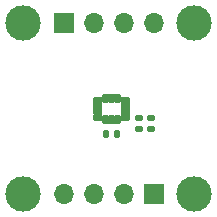
<source format=gts>
%TF.GenerationSoftware,KiCad,Pcbnew,7.0.10*%
%TF.CreationDate,2025-02-08T17:35:44-05:00*%
%TF.ProjectId,pcb2,70636232-2e6b-4696-9361-645f70636258,rev?*%
%TF.SameCoordinates,Original*%
%TF.FileFunction,Soldermask,Top*%
%TF.FilePolarity,Negative*%
%FSLAX46Y46*%
G04 Gerber Fmt 4.6, Leading zero omitted, Abs format (unit mm)*
G04 Created by KiCad (PCBNEW 7.0.10) date 2025-02-08 17:35:44*
%MOMM*%
%LPD*%
G01*
G04 APERTURE LIST*
G04 Aperture macros list*
%AMRoundRect*
0 Rectangle with rounded corners*
0 $1 Rounding radius*
0 $2 $3 $4 $5 $6 $7 $8 $9 X,Y pos of 4 corners*
0 Add a 4 corners polygon primitive as box body*
4,1,4,$2,$3,$4,$5,$6,$7,$8,$9,$2,$3,0*
0 Add four circle primitives for the rounded corners*
1,1,$1+$1,$2,$3*
1,1,$1+$1,$4,$5*
1,1,$1+$1,$6,$7*
1,1,$1+$1,$8,$9*
0 Add four rect primitives between the rounded corners*
20,1,$1+$1,$2,$3,$4,$5,0*
20,1,$1+$1,$4,$5,$6,$7,0*
20,1,$1+$1,$6,$7,$8,$9,0*
20,1,$1+$1,$8,$9,$2,$3,0*%
G04 Aperture macros list end*
%ADD10C,0.010000*%
%ADD11C,3.000000*%
%ADD12RoundRect,0.140000X-0.140000X-0.170000X0.140000X-0.170000X0.140000X0.170000X-0.140000X0.170000X0*%
%ADD13RoundRect,0.140000X-0.170000X0.140000X-0.170000X-0.140000X0.170000X-0.140000X0.170000X0.140000X0*%
%ADD14R,1.700000X1.700000*%
%ADD15O,1.700000X1.700000*%
G04 APERTURE END LIST*
%TO.C,U1*%
D10*
X159040500Y-102686000D02*
X159047500Y-102687000D01*
X159053500Y-102688000D01*
X159059500Y-102689000D01*
X159066500Y-102691000D01*
X159072500Y-102693000D01*
X159078500Y-102696000D01*
X159084500Y-102699000D01*
X159090500Y-102702000D01*
X159095500Y-102705000D01*
X159100500Y-102709000D01*
X159106500Y-102713000D01*
X159111500Y-102717000D01*
X159115500Y-102722000D01*
X159120500Y-102726000D01*
X159124500Y-102731000D01*
X159128500Y-102737000D01*
X159132500Y-102742000D01*
X159135500Y-102748000D01*
X159138500Y-102753000D01*
X159141500Y-102759000D01*
X159144500Y-102765000D01*
X159146500Y-102771000D01*
X159148500Y-102778000D01*
X159149500Y-102784000D01*
X159150500Y-102790000D01*
X159151500Y-102797000D01*
X159152500Y-102803000D01*
X159152500Y-102810000D01*
X159152500Y-103010000D01*
X159152500Y-103017000D01*
X159151500Y-103023000D01*
X159150500Y-103030000D01*
X159149500Y-103036000D01*
X159148500Y-103042000D01*
X159146500Y-103049000D01*
X159144500Y-103055000D01*
X159141500Y-103061000D01*
X159138500Y-103067000D01*
X159135500Y-103072000D01*
X159132500Y-103078000D01*
X159128500Y-103083000D01*
X159124500Y-103089000D01*
X159120500Y-103094000D01*
X159115500Y-103098000D01*
X159111500Y-103103000D01*
X159106500Y-103107000D01*
X159100500Y-103111000D01*
X159095500Y-103115000D01*
X159090500Y-103118000D01*
X159084500Y-103121000D01*
X159078500Y-103124000D01*
X159072500Y-103127000D01*
X159066500Y-103129000D01*
X159059500Y-103131000D01*
X159053500Y-103132000D01*
X159047500Y-103133000D01*
X159040500Y-103134000D01*
X159034500Y-103135000D01*
X159027500Y-103135000D01*
X158587500Y-103135000D01*
X158580500Y-103135000D01*
X158574500Y-103134000D01*
X158567500Y-103133000D01*
X158561500Y-103132000D01*
X158555500Y-103131000D01*
X158548500Y-103129000D01*
X158542500Y-103127000D01*
X158536500Y-103124000D01*
X158530500Y-103121000D01*
X158524500Y-103118000D01*
X158519500Y-103115000D01*
X158514500Y-103111000D01*
X158508500Y-103107000D01*
X158503500Y-103103000D01*
X158499500Y-103098000D01*
X158494500Y-103094000D01*
X158490500Y-103089000D01*
X158486500Y-103083000D01*
X158482500Y-103078000D01*
X158479500Y-103072000D01*
X158476500Y-103067000D01*
X158473500Y-103061000D01*
X158470500Y-103055000D01*
X158468500Y-103049000D01*
X158466500Y-103042000D01*
X158465500Y-103036000D01*
X158464500Y-103030000D01*
X158463500Y-103023000D01*
X158462500Y-103017000D01*
X158462500Y-103010000D01*
X158462500Y-102810000D01*
X158462500Y-102803000D01*
X158463500Y-102797000D01*
X158464500Y-102790000D01*
X158465500Y-102784000D01*
X158466500Y-102778000D01*
X158468500Y-102771000D01*
X158470500Y-102765000D01*
X158473500Y-102759000D01*
X158476500Y-102753000D01*
X158479500Y-102748000D01*
X158482500Y-102742000D01*
X158486500Y-102737000D01*
X158490500Y-102731000D01*
X158494500Y-102726000D01*
X158499500Y-102722000D01*
X158503500Y-102717000D01*
X158508500Y-102713000D01*
X158514500Y-102709000D01*
X158519500Y-102705000D01*
X158524500Y-102702000D01*
X158530500Y-102699000D01*
X158536500Y-102696000D01*
X158542500Y-102693000D01*
X158548500Y-102691000D01*
X158555500Y-102689000D01*
X158561500Y-102688000D01*
X158567500Y-102687000D01*
X158574500Y-102686000D01*
X158580500Y-102685000D01*
X158587500Y-102685000D01*
X159027500Y-102685000D01*
X159034500Y-102685000D01*
X159040500Y-102686000D01*
G36*
X159040500Y-102686000D02*
G01*
X159047500Y-102687000D01*
X159053500Y-102688000D01*
X159059500Y-102689000D01*
X159066500Y-102691000D01*
X159072500Y-102693000D01*
X159078500Y-102696000D01*
X159084500Y-102699000D01*
X159090500Y-102702000D01*
X159095500Y-102705000D01*
X159100500Y-102709000D01*
X159106500Y-102713000D01*
X159111500Y-102717000D01*
X159115500Y-102722000D01*
X159120500Y-102726000D01*
X159124500Y-102731000D01*
X159128500Y-102737000D01*
X159132500Y-102742000D01*
X159135500Y-102748000D01*
X159138500Y-102753000D01*
X159141500Y-102759000D01*
X159144500Y-102765000D01*
X159146500Y-102771000D01*
X159148500Y-102778000D01*
X159149500Y-102784000D01*
X159150500Y-102790000D01*
X159151500Y-102797000D01*
X159152500Y-102803000D01*
X159152500Y-102810000D01*
X159152500Y-103010000D01*
X159152500Y-103017000D01*
X159151500Y-103023000D01*
X159150500Y-103030000D01*
X159149500Y-103036000D01*
X159148500Y-103042000D01*
X159146500Y-103049000D01*
X159144500Y-103055000D01*
X159141500Y-103061000D01*
X159138500Y-103067000D01*
X159135500Y-103072000D01*
X159132500Y-103078000D01*
X159128500Y-103083000D01*
X159124500Y-103089000D01*
X159120500Y-103094000D01*
X159115500Y-103098000D01*
X159111500Y-103103000D01*
X159106500Y-103107000D01*
X159100500Y-103111000D01*
X159095500Y-103115000D01*
X159090500Y-103118000D01*
X159084500Y-103121000D01*
X159078500Y-103124000D01*
X159072500Y-103127000D01*
X159066500Y-103129000D01*
X159059500Y-103131000D01*
X159053500Y-103132000D01*
X159047500Y-103133000D01*
X159040500Y-103134000D01*
X159034500Y-103135000D01*
X159027500Y-103135000D01*
X158587500Y-103135000D01*
X158580500Y-103135000D01*
X158574500Y-103134000D01*
X158567500Y-103133000D01*
X158561500Y-103132000D01*
X158555500Y-103131000D01*
X158548500Y-103129000D01*
X158542500Y-103127000D01*
X158536500Y-103124000D01*
X158530500Y-103121000D01*
X158524500Y-103118000D01*
X158519500Y-103115000D01*
X158514500Y-103111000D01*
X158508500Y-103107000D01*
X158503500Y-103103000D01*
X158499500Y-103098000D01*
X158494500Y-103094000D01*
X158490500Y-103089000D01*
X158486500Y-103083000D01*
X158482500Y-103078000D01*
X158479500Y-103072000D01*
X158476500Y-103067000D01*
X158473500Y-103061000D01*
X158470500Y-103055000D01*
X158468500Y-103049000D01*
X158466500Y-103042000D01*
X158465500Y-103036000D01*
X158464500Y-103030000D01*
X158463500Y-103023000D01*
X158462500Y-103017000D01*
X158462500Y-103010000D01*
X158462500Y-102810000D01*
X158462500Y-102803000D01*
X158463500Y-102797000D01*
X158464500Y-102790000D01*
X158465500Y-102784000D01*
X158466500Y-102778000D01*
X158468500Y-102771000D01*
X158470500Y-102765000D01*
X158473500Y-102759000D01*
X158476500Y-102753000D01*
X158479500Y-102748000D01*
X158482500Y-102742000D01*
X158486500Y-102737000D01*
X158490500Y-102731000D01*
X158494500Y-102726000D01*
X158499500Y-102722000D01*
X158503500Y-102717000D01*
X158508500Y-102713000D01*
X158514500Y-102709000D01*
X158519500Y-102705000D01*
X158524500Y-102702000D01*
X158530500Y-102699000D01*
X158536500Y-102696000D01*
X158542500Y-102693000D01*
X158548500Y-102691000D01*
X158555500Y-102689000D01*
X158561500Y-102688000D01*
X158567500Y-102687000D01*
X158574500Y-102686000D01*
X158580500Y-102685000D01*
X158587500Y-102685000D01*
X159027500Y-102685000D01*
X159034500Y-102685000D01*
X159040500Y-102686000D01*
G37*
X159040500Y-103186000D02*
X159047500Y-103187000D01*
X159053500Y-103188000D01*
X159059500Y-103189000D01*
X159066500Y-103191000D01*
X159072500Y-103193000D01*
X159078500Y-103196000D01*
X159084500Y-103199000D01*
X159090500Y-103202000D01*
X159095500Y-103205000D01*
X159100500Y-103209000D01*
X159106500Y-103213000D01*
X159111500Y-103217000D01*
X159115500Y-103222000D01*
X159120500Y-103226000D01*
X159124500Y-103231000D01*
X159128500Y-103237000D01*
X159132500Y-103242000D01*
X159135500Y-103248000D01*
X159138500Y-103253000D01*
X159141500Y-103259000D01*
X159144500Y-103265000D01*
X159146500Y-103271000D01*
X159148500Y-103278000D01*
X159149500Y-103284000D01*
X159150500Y-103290000D01*
X159151500Y-103297000D01*
X159152500Y-103303000D01*
X159152500Y-103310000D01*
X159152500Y-103510000D01*
X159152500Y-103517000D01*
X159151500Y-103523000D01*
X159150500Y-103530000D01*
X159149500Y-103536000D01*
X159148500Y-103542000D01*
X159146500Y-103549000D01*
X159144500Y-103555000D01*
X159141500Y-103561000D01*
X159138500Y-103567000D01*
X159135500Y-103572000D01*
X159132500Y-103578000D01*
X159128500Y-103583000D01*
X159124500Y-103589000D01*
X159120500Y-103594000D01*
X159115500Y-103598000D01*
X159111500Y-103603000D01*
X159106500Y-103607000D01*
X159100500Y-103611000D01*
X159095500Y-103615000D01*
X159090500Y-103618000D01*
X159084500Y-103621000D01*
X159078500Y-103624000D01*
X159072500Y-103627000D01*
X159066500Y-103629000D01*
X159059500Y-103631000D01*
X159053500Y-103632000D01*
X159047500Y-103633000D01*
X159040500Y-103634000D01*
X159034500Y-103635000D01*
X159027500Y-103635000D01*
X158587500Y-103635000D01*
X158580500Y-103635000D01*
X158574500Y-103634000D01*
X158567500Y-103633000D01*
X158561500Y-103632000D01*
X158555500Y-103631000D01*
X158548500Y-103629000D01*
X158542500Y-103627000D01*
X158536500Y-103624000D01*
X158530500Y-103621000D01*
X158524500Y-103618000D01*
X158519500Y-103615000D01*
X158514500Y-103611000D01*
X158508500Y-103607000D01*
X158503500Y-103603000D01*
X158499500Y-103598000D01*
X158494500Y-103594000D01*
X158490500Y-103589000D01*
X158486500Y-103583000D01*
X158482500Y-103578000D01*
X158479500Y-103572000D01*
X158476500Y-103567000D01*
X158473500Y-103561000D01*
X158470500Y-103555000D01*
X158468500Y-103549000D01*
X158466500Y-103542000D01*
X158465500Y-103536000D01*
X158464500Y-103530000D01*
X158463500Y-103523000D01*
X158462500Y-103517000D01*
X158462500Y-103510000D01*
X158462500Y-103310000D01*
X158462500Y-103303000D01*
X158463500Y-103297000D01*
X158464500Y-103290000D01*
X158465500Y-103284000D01*
X158466500Y-103278000D01*
X158468500Y-103271000D01*
X158470500Y-103265000D01*
X158473500Y-103259000D01*
X158476500Y-103253000D01*
X158479500Y-103248000D01*
X158482500Y-103242000D01*
X158486500Y-103237000D01*
X158490500Y-103231000D01*
X158494500Y-103226000D01*
X158499500Y-103222000D01*
X158503500Y-103217000D01*
X158508500Y-103213000D01*
X158514500Y-103209000D01*
X158519500Y-103205000D01*
X158524500Y-103202000D01*
X158530500Y-103199000D01*
X158536500Y-103196000D01*
X158542500Y-103193000D01*
X158548500Y-103191000D01*
X158555500Y-103189000D01*
X158561500Y-103188000D01*
X158567500Y-103187000D01*
X158574500Y-103186000D01*
X158580500Y-103185000D01*
X158587500Y-103185000D01*
X159027500Y-103185000D01*
X159034500Y-103185000D01*
X159040500Y-103186000D01*
G36*
X159040500Y-103186000D02*
G01*
X159047500Y-103187000D01*
X159053500Y-103188000D01*
X159059500Y-103189000D01*
X159066500Y-103191000D01*
X159072500Y-103193000D01*
X159078500Y-103196000D01*
X159084500Y-103199000D01*
X159090500Y-103202000D01*
X159095500Y-103205000D01*
X159100500Y-103209000D01*
X159106500Y-103213000D01*
X159111500Y-103217000D01*
X159115500Y-103222000D01*
X159120500Y-103226000D01*
X159124500Y-103231000D01*
X159128500Y-103237000D01*
X159132500Y-103242000D01*
X159135500Y-103248000D01*
X159138500Y-103253000D01*
X159141500Y-103259000D01*
X159144500Y-103265000D01*
X159146500Y-103271000D01*
X159148500Y-103278000D01*
X159149500Y-103284000D01*
X159150500Y-103290000D01*
X159151500Y-103297000D01*
X159152500Y-103303000D01*
X159152500Y-103310000D01*
X159152500Y-103510000D01*
X159152500Y-103517000D01*
X159151500Y-103523000D01*
X159150500Y-103530000D01*
X159149500Y-103536000D01*
X159148500Y-103542000D01*
X159146500Y-103549000D01*
X159144500Y-103555000D01*
X159141500Y-103561000D01*
X159138500Y-103567000D01*
X159135500Y-103572000D01*
X159132500Y-103578000D01*
X159128500Y-103583000D01*
X159124500Y-103589000D01*
X159120500Y-103594000D01*
X159115500Y-103598000D01*
X159111500Y-103603000D01*
X159106500Y-103607000D01*
X159100500Y-103611000D01*
X159095500Y-103615000D01*
X159090500Y-103618000D01*
X159084500Y-103621000D01*
X159078500Y-103624000D01*
X159072500Y-103627000D01*
X159066500Y-103629000D01*
X159059500Y-103631000D01*
X159053500Y-103632000D01*
X159047500Y-103633000D01*
X159040500Y-103634000D01*
X159034500Y-103635000D01*
X159027500Y-103635000D01*
X158587500Y-103635000D01*
X158580500Y-103635000D01*
X158574500Y-103634000D01*
X158567500Y-103633000D01*
X158561500Y-103632000D01*
X158555500Y-103631000D01*
X158548500Y-103629000D01*
X158542500Y-103627000D01*
X158536500Y-103624000D01*
X158530500Y-103621000D01*
X158524500Y-103618000D01*
X158519500Y-103615000D01*
X158514500Y-103611000D01*
X158508500Y-103607000D01*
X158503500Y-103603000D01*
X158499500Y-103598000D01*
X158494500Y-103594000D01*
X158490500Y-103589000D01*
X158486500Y-103583000D01*
X158482500Y-103578000D01*
X158479500Y-103572000D01*
X158476500Y-103567000D01*
X158473500Y-103561000D01*
X158470500Y-103555000D01*
X158468500Y-103549000D01*
X158466500Y-103542000D01*
X158465500Y-103536000D01*
X158464500Y-103530000D01*
X158463500Y-103523000D01*
X158462500Y-103517000D01*
X158462500Y-103510000D01*
X158462500Y-103310000D01*
X158462500Y-103303000D01*
X158463500Y-103297000D01*
X158464500Y-103290000D01*
X158465500Y-103284000D01*
X158466500Y-103278000D01*
X158468500Y-103271000D01*
X158470500Y-103265000D01*
X158473500Y-103259000D01*
X158476500Y-103253000D01*
X158479500Y-103248000D01*
X158482500Y-103242000D01*
X158486500Y-103237000D01*
X158490500Y-103231000D01*
X158494500Y-103226000D01*
X158499500Y-103222000D01*
X158503500Y-103217000D01*
X158508500Y-103213000D01*
X158514500Y-103209000D01*
X158519500Y-103205000D01*
X158524500Y-103202000D01*
X158530500Y-103199000D01*
X158536500Y-103196000D01*
X158542500Y-103193000D01*
X158548500Y-103191000D01*
X158555500Y-103189000D01*
X158561500Y-103188000D01*
X158567500Y-103187000D01*
X158574500Y-103186000D01*
X158580500Y-103185000D01*
X158587500Y-103185000D01*
X159027500Y-103185000D01*
X159034500Y-103185000D01*
X159040500Y-103186000D01*
G37*
X159040500Y-103686000D02*
X159047500Y-103687000D01*
X159053500Y-103688000D01*
X159059500Y-103689000D01*
X159066500Y-103691000D01*
X159072500Y-103693000D01*
X159078500Y-103696000D01*
X159084500Y-103699000D01*
X159090500Y-103702000D01*
X159095500Y-103705000D01*
X159100500Y-103709000D01*
X159106500Y-103713000D01*
X159111500Y-103717000D01*
X159115500Y-103722000D01*
X159120500Y-103726000D01*
X159124500Y-103731000D01*
X159128500Y-103737000D01*
X159132500Y-103742000D01*
X159135500Y-103748000D01*
X159138500Y-103753000D01*
X159141500Y-103759000D01*
X159144500Y-103765000D01*
X159146500Y-103771000D01*
X159148500Y-103778000D01*
X159149500Y-103784000D01*
X159150500Y-103790000D01*
X159151500Y-103797000D01*
X159152500Y-103803000D01*
X159152500Y-103810000D01*
X159152500Y-104010000D01*
X159152500Y-104017000D01*
X159151500Y-104023000D01*
X159150500Y-104030000D01*
X159149500Y-104036000D01*
X159148500Y-104042000D01*
X159146500Y-104049000D01*
X159144500Y-104055000D01*
X159141500Y-104061000D01*
X159138500Y-104067000D01*
X159135500Y-104072000D01*
X159132500Y-104078000D01*
X159128500Y-104083000D01*
X159124500Y-104089000D01*
X159120500Y-104094000D01*
X159115500Y-104098000D01*
X159111500Y-104103000D01*
X159106500Y-104107000D01*
X159100500Y-104111000D01*
X159095500Y-104115000D01*
X159090500Y-104118000D01*
X159084500Y-104121000D01*
X159078500Y-104124000D01*
X159072500Y-104127000D01*
X159066500Y-104129000D01*
X159059500Y-104131000D01*
X159053500Y-104132000D01*
X159047500Y-104133000D01*
X159040500Y-104134000D01*
X159034500Y-104135000D01*
X159027500Y-104135000D01*
X158587500Y-104135000D01*
X158580500Y-104135000D01*
X158574500Y-104134000D01*
X158567500Y-104133000D01*
X158561500Y-104132000D01*
X158555500Y-104131000D01*
X158548500Y-104129000D01*
X158542500Y-104127000D01*
X158536500Y-104124000D01*
X158530500Y-104121000D01*
X158524500Y-104118000D01*
X158519500Y-104115000D01*
X158514500Y-104111000D01*
X158508500Y-104107000D01*
X158503500Y-104103000D01*
X158499500Y-104098000D01*
X158494500Y-104094000D01*
X158490500Y-104089000D01*
X158486500Y-104083000D01*
X158482500Y-104078000D01*
X158479500Y-104072000D01*
X158476500Y-104067000D01*
X158473500Y-104061000D01*
X158470500Y-104055000D01*
X158468500Y-104049000D01*
X158466500Y-104042000D01*
X158465500Y-104036000D01*
X158464500Y-104030000D01*
X158463500Y-104023000D01*
X158462500Y-104017000D01*
X158462500Y-104010000D01*
X158462500Y-103810000D01*
X158462500Y-103803000D01*
X158463500Y-103797000D01*
X158464500Y-103790000D01*
X158465500Y-103784000D01*
X158466500Y-103778000D01*
X158468500Y-103771000D01*
X158470500Y-103765000D01*
X158473500Y-103759000D01*
X158476500Y-103753000D01*
X158479500Y-103748000D01*
X158482500Y-103742000D01*
X158486500Y-103737000D01*
X158490500Y-103731000D01*
X158494500Y-103726000D01*
X158499500Y-103722000D01*
X158503500Y-103717000D01*
X158508500Y-103713000D01*
X158514500Y-103709000D01*
X158519500Y-103705000D01*
X158524500Y-103702000D01*
X158530500Y-103699000D01*
X158536500Y-103696000D01*
X158542500Y-103693000D01*
X158548500Y-103691000D01*
X158555500Y-103689000D01*
X158561500Y-103688000D01*
X158567500Y-103687000D01*
X158574500Y-103686000D01*
X158580500Y-103685000D01*
X158587500Y-103685000D01*
X159027500Y-103685000D01*
X159034500Y-103685000D01*
X159040500Y-103686000D01*
G36*
X159040500Y-103686000D02*
G01*
X159047500Y-103687000D01*
X159053500Y-103688000D01*
X159059500Y-103689000D01*
X159066500Y-103691000D01*
X159072500Y-103693000D01*
X159078500Y-103696000D01*
X159084500Y-103699000D01*
X159090500Y-103702000D01*
X159095500Y-103705000D01*
X159100500Y-103709000D01*
X159106500Y-103713000D01*
X159111500Y-103717000D01*
X159115500Y-103722000D01*
X159120500Y-103726000D01*
X159124500Y-103731000D01*
X159128500Y-103737000D01*
X159132500Y-103742000D01*
X159135500Y-103748000D01*
X159138500Y-103753000D01*
X159141500Y-103759000D01*
X159144500Y-103765000D01*
X159146500Y-103771000D01*
X159148500Y-103778000D01*
X159149500Y-103784000D01*
X159150500Y-103790000D01*
X159151500Y-103797000D01*
X159152500Y-103803000D01*
X159152500Y-103810000D01*
X159152500Y-104010000D01*
X159152500Y-104017000D01*
X159151500Y-104023000D01*
X159150500Y-104030000D01*
X159149500Y-104036000D01*
X159148500Y-104042000D01*
X159146500Y-104049000D01*
X159144500Y-104055000D01*
X159141500Y-104061000D01*
X159138500Y-104067000D01*
X159135500Y-104072000D01*
X159132500Y-104078000D01*
X159128500Y-104083000D01*
X159124500Y-104089000D01*
X159120500Y-104094000D01*
X159115500Y-104098000D01*
X159111500Y-104103000D01*
X159106500Y-104107000D01*
X159100500Y-104111000D01*
X159095500Y-104115000D01*
X159090500Y-104118000D01*
X159084500Y-104121000D01*
X159078500Y-104124000D01*
X159072500Y-104127000D01*
X159066500Y-104129000D01*
X159059500Y-104131000D01*
X159053500Y-104132000D01*
X159047500Y-104133000D01*
X159040500Y-104134000D01*
X159034500Y-104135000D01*
X159027500Y-104135000D01*
X158587500Y-104135000D01*
X158580500Y-104135000D01*
X158574500Y-104134000D01*
X158567500Y-104133000D01*
X158561500Y-104132000D01*
X158555500Y-104131000D01*
X158548500Y-104129000D01*
X158542500Y-104127000D01*
X158536500Y-104124000D01*
X158530500Y-104121000D01*
X158524500Y-104118000D01*
X158519500Y-104115000D01*
X158514500Y-104111000D01*
X158508500Y-104107000D01*
X158503500Y-104103000D01*
X158499500Y-104098000D01*
X158494500Y-104094000D01*
X158490500Y-104089000D01*
X158486500Y-104083000D01*
X158482500Y-104078000D01*
X158479500Y-104072000D01*
X158476500Y-104067000D01*
X158473500Y-104061000D01*
X158470500Y-104055000D01*
X158468500Y-104049000D01*
X158466500Y-104042000D01*
X158465500Y-104036000D01*
X158464500Y-104030000D01*
X158463500Y-104023000D01*
X158462500Y-104017000D01*
X158462500Y-104010000D01*
X158462500Y-103810000D01*
X158462500Y-103803000D01*
X158463500Y-103797000D01*
X158464500Y-103790000D01*
X158465500Y-103784000D01*
X158466500Y-103778000D01*
X158468500Y-103771000D01*
X158470500Y-103765000D01*
X158473500Y-103759000D01*
X158476500Y-103753000D01*
X158479500Y-103748000D01*
X158482500Y-103742000D01*
X158486500Y-103737000D01*
X158490500Y-103731000D01*
X158494500Y-103726000D01*
X158499500Y-103722000D01*
X158503500Y-103717000D01*
X158508500Y-103713000D01*
X158514500Y-103709000D01*
X158519500Y-103705000D01*
X158524500Y-103702000D01*
X158530500Y-103699000D01*
X158536500Y-103696000D01*
X158542500Y-103693000D01*
X158548500Y-103691000D01*
X158555500Y-103689000D01*
X158561500Y-103688000D01*
X158567500Y-103687000D01*
X158574500Y-103686000D01*
X158580500Y-103685000D01*
X158587500Y-103685000D01*
X159027500Y-103685000D01*
X159034500Y-103685000D01*
X159040500Y-103686000D01*
G37*
X159040500Y-104186000D02*
X159047500Y-104187000D01*
X159053500Y-104188000D01*
X159059500Y-104189000D01*
X159066500Y-104191000D01*
X159072500Y-104193000D01*
X159078500Y-104196000D01*
X159084500Y-104199000D01*
X159090500Y-104202000D01*
X159095500Y-104205000D01*
X159100500Y-104209000D01*
X159106500Y-104213000D01*
X159111500Y-104217000D01*
X159115500Y-104222000D01*
X159120500Y-104226000D01*
X159124500Y-104231000D01*
X159128500Y-104237000D01*
X159132500Y-104242000D01*
X159135500Y-104248000D01*
X159138500Y-104253000D01*
X159141500Y-104259000D01*
X159144500Y-104265000D01*
X159146500Y-104271000D01*
X159148500Y-104278000D01*
X159149500Y-104284000D01*
X159150500Y-104290000D01*
X159151500Y-104297000D01*
X159152500Y-104303000D01*
X159152500Y-104310000D01*
X159152500Y-104510000D01*
X159152500Y-104517000D01*
X159151500Y-104523000D01*
X159150500Y-104530000D01*
X159149500Y-104536000D01*
X159148500Y-104542000D01*
X159146500Y-104549000D01*
X159144500Y-104555000D01*
X159141500Y-104561000D01*
X159138500Y-104567000D01*
X159135500Y-104572000D01*
X159132500Y-104578000D01*
X159128500Y-104583000D01*
X159124500Y-104589000D01*
X159120500Y-104594000D01*
X159115500Y-104598000D01*
X159111500Y-104603000D01*
X159106500Y-104607000D01*
X159100500Y-104611000D01*
X159095500Y-104615000D01*
X159090500Y-104618000D01*
X159084500Y-104621000D01*
X159078500Y-104624000D01*
X159072500Y-104627000D01*
X159066500Y-104629000D01*
X159059500Y-104631000D01*
X159053500Y-104632000D01*
X159047500Y-104633000D01*
X159040500Y-104634000D01*
X159034500Y-104635000D01*
X159027500Y-104635000D01*
X158587500Y-104635000D01*
X158580500Y-104635000D01*
X158574500Y-104634000D01*
X158567500Y-104633000D01*
X158561500Y-104632000D01*
X158555500Y-104631000D01*
X158548500Y-104629000D01*
X158542500Y-104627000D01*
X158536500Y-104624000D01*
X158530500Y-104621000D01*
X158524500Y-104618000D01*
X158519500Y-104615000D01*
X158514500Y-104611000D01*
X158508500Y-104607000D01*
X158503500Y-104603000D01*
X158499500Y-104598000D01*
X158494500Y-104594000D01*
X158490500Y-104589000D01*
X158486500Y-104583000D01*
X158482500Y-104578000D01*
X158479500Y-104572000D01*
X158476500Y-104567000D01*
X158473500Y-104561000D01*
X158470500Y-104555000D01*
X158468500Y-104549000D01*
X158466500Y-104542000D01*
X158465500Y-104536000D01*
X158464500Y-104530000D01*
X158463500Y-104523000D01*
X158462500Y-104517000D01*
X158462500Y-104510000D01*
X158462500Y-104310000D01*
X158462500Y-104303000D01*
X158463500Y-104297000D01*
X158464500Y-104290000D01*
X158465500Y-104284000D01*
X158466500Y-104278000D01*
X158468500Y-104271000D01*
X158470500Y-104265000D01*
X158473500Y-104259000D01*
X158476500Y-104253000D01*
X158479500Y-104248000D01*
X158482500Y-104242000D01*
X158486500Y-104237000D01*
X158490500Y-104231000D01*
X158494500Y-104226000D01*
X158499500Y-104222000D01*
X158503500Y-104217000D01*
X158508500Y-104213000D01*
X158514500Y-104209000D01*
X158519500Y-104205000D01*
X158524500Y-104202000D01*
X158530500Y-104199000D01*
X158536500Y-104196000D01*
X158542500Y-104193000D01*
X158548500Y-104191000D01*
X158555500Y-104189000D01*
X158561500Y-104188000D01*
X158567500Y-104187000D01*
X158574500Y-104186000D01*
X158580500Y-104185000D01*
X158587500Y-104185000D01*
X159027500Y-104185000D01*
X159034500Y-104185000D01*
X159040500Y-104186000D01*
G36*
X159040500Y-104186000D02*
G01*
X159047500Y-104187000D01*
X159053500Y-104188000D01*
X159059500Y-104189000D01*
X159066500Y-104191000D01*
X159072500Y-104193000D01*
X159078500Y-104196000D01*
X159084500Y-104199000D01*
X159090500Y-104202000D01*
X159095500Y-104205000D01*
X159100500Y-104209000D01*
X159106500Y-104213000D01*
X159111500Y-104217000D01*
X159115500Y-104222000D01*
X159120500Y-104226000D01*
X159124500Y-104231000D01*
X159128500Y-104237000D01*
X159132500Y-104242000D01*
X159135500Y-104248000D01*
X159138500Y-104253000D01*
X159141500Y-104259000D01*
X159144500Y-104265000D01*
X159146500Y-104271000D01*
X159148500Y-104278000D01*
X159149500Y-104284000D01*
X159150500Y-104290000D01*
X159151500Y-104297000D01*
X159152500Y-104303000D01*
X159152500Y-104310000D01*
X159152500Y-104510000D01*
X159152500Y-104517000D01*
X159151500Y-104523000D01*
X159150500Y-104530000D01*
X159149500Y-104536000D01*
X159148500Y-104542000D01*
X159146500Y-104549000D01*
X159144500Y-104555000D01*
X159141500Y-104561000D01*
X159138500Y-104567000D01*
X159135500Y-104572000D01*
X159132500Y-104578000D01*
X159128500Y-104583000D01*
X159124500Y-104589000D01*
X159120500Y-104594000D01*
X159115500Y-104598000D01*
X159111500Y-104603000D01*
X159106500Y-104607000D01*
X159100500Y-104611000D01*
X159095500Y-104615000D01*
X159090500Y-104618000D01*
X159084500Y-104621000D01*
X159078500Y-104624000D01*
X159072500Y-104627000D01*
X159066500Y-104629000D01*
X159059500Y-104631000D01*
X159053500Y-104632000D01*
X159047500Y-104633000D01*
X159040500Y-104634000D01*
X159034500Y-104635000D01*
X159027500Y-104635000D01*
X158587500Y-104635000D01*
X158580500Y-104635000D01*
X158574500Y-104634000D01*
X158567500Y-104633000D01*
X158561500Y-104632000D01*
X158555500Y-104631000D01*
X158548500Y-104629000D01*
X158542500Y-104627000D01*
X158536500Y-104624000D01*
X158530500Y-104621000D01*
X158524500Y-104618000D01*
X158519500Y-104615000D01*
X158514500Y-104611000D01*
X158508500Y-104607000D01*
X158503500Y-104603000D01*
X158499500Y-104598000D01*
X158494500Y-104594000D01*
X158490500Y-104589000D01*
X158486500Y-104583000D01*
X158482500Y-104578000D01*
X158479500Y-104572000D01*
X158476500Y-104567000D01*
X158473500Y-104561000D01*
X158470500Y-104555000D01*
X158468500Y-104549000D01*
X158466500Y-104542000D01*
X158465500Y-104536000D01*
X158464500Y-104530000D01*
X158463500Y-104523000D01*
X158462500Y-104517000D01*
X158462500Y-104510000D01*
X158462500Y-104310000D01*
X158462500Y-104303000D01*
X158463500Y-104297000D01*
X158464500Y-104290000D01*
X158465500Y-104284000D01*
X158466500Y-104278000D01*
X158468500Y-104271000D01*
X158470500Y-104265000D01*
X158473500Y-104259000D01*
X158476500Y-104253000D01*
X158479500Y-104248000D01*
X158482500Y-104242000D01*
X158486500Y-104237000D01*
X158490500Y-104231000D01*
X158494500Y-104226000D01*
X158499500Y-104222000D01*
X158503500Y-104217000D01*
X158508500Y-104213000D01*
X158514500Y-104209000D01*
X158519500Y-104205000D01*
X158524500Y-104202000D01*
X158530500Y-104199000D01*
X158536500Y-104196000D01*
X158542500Y-104193000D01*
X158548500Y-104191000D01*
X158555500Y-104189000D01*
X158561500Y-104188000D01*
X158567500Y-104187000D01*
X158574500Y-104186000D01*
X158580500Y-104185000D01*
X158587500Y-104185000D01*
X159027500Y-104185000D01*
X159034500Y-104185000D01*
X159040500Y-104186000D01*
G37*
X159585500Y-102401000D02*
X159592500Y-102402000D01*
X159598500Y-102403000D01*
X159604500Y-102404000D01*
X159611500Y-102406000D01*
X159617500Y-102408000D01*
X159623500Y-102411000D01*
X159629500Y-102414000D01*
X159634500Y-102417000D01*
X159640500Y-102420000D01*
X159645500Y-102424000D01*
X159651500Y-102428000D01*
X159656500Y-102432000D01*
X159660500Y-102437000D01*
X159665500Y-102441000D01*
X159669500Y-102446000D01*
X159673500Y-102452000D01*
X159677500Y-102457000D01*
X159680500Y-102462000D01*
X159683500Y-102468000D01*
X159686500Y-102474000D01*
X159689500Y-102480000D01*
X159691500Y-102486000D01*
X159693500Y-102493000D01*
X159694500Y-102499000D01*
X159695500Y-102505000D01*
X159696500Y-102512000D01*
X159697500Y-102518000D01*
X159697500Y-102525000D01*
X159697500Y-102965000D01*
X159697500Y-102972000D01*
X159696500Y-102978000D01*
X159695500Y-102985000D01*
X159694500Y-102991000D01*
X159693500Y-102997000D01*
X159691500Y-103004000D01*
X159689500Y-103010000D01*
X159686500Y-103016000D01*
X159683500Y-103022000D01*
X159680500Y-103028000D01*
X159677500Y-103033000D01*
X159673500Y-103038000D01*
X159669500Y-103044000D01*
X159665500Y-103049000D01*
X159660500Y-103053000D01*
X159656500Y-103058000D01*
X159651500Y-103062000D01*
X159645500Y-103066000D01*
X159640500Y-103070000D01*
X159634500Y-103073000D01*
X159629500Y-103076000D01*
X159623500Y-103079000D01*
X159617500Y-103082000D01*
X159611500Y-103084000D01*
X159604500Y-103086000D01*
X159598500Y-103087000D01*
X159592500Y-103088000D01*
X159585500Y-103089000D01*
X159579500Y-103090000D01*
X159572500Y-103090000D01*
X159372500Y-103090000D01*
X159365500Y-103090000D01*
X159359500Y-103089000D01*
X159352500Y-103088000D01*
X159346500Y-103087000D01*
X159340500Y-103086000D01*
X159333500Y-103084000D01*
X159327500Y-103082000D01*
X159321500Y-103079000D01*
X159315500Y-103076000D01*
X159309500Y-103073000D01*
X159304500Y-103070000D01*
X159299500Y-103066000D01*
X159293500Y-103062000D01*
X159288500Y-103058000D01*
X159284500Y-103053000D01*
X159279500Y-103049000D01*
X159275500Y-103044000D01*
X159271500Y-103038000D01*
X159267500Y-103033000D01*
X159264500Y-103028000D01*
X159261500Y-103022000D01*
X159258500Y-103016000D01*
X159255500Y-103010000D01*
X159253500Y-103004000D01*
X159251500Y-102997000D01*
X159250500Y-102991000D01*
X159249500Y-102985000D01*
X159248500Y-102978000D01*
X159247500Y-102972000D01*
X159247500Y-102965000D01*
X159247500Y-102525000D01*
X159247500Y-102518000D01*
X159248500Y-102512000D01*
X159249500Y-102505000D01*
X159250500Y-102499000D01*
X159251500Y-102493000D01*
X159253500Y-102486000D01*
X159255500Y-102480000D01*
X159258500Y-102474000D01*
X159261500Y-102468000D01*
X159264500Y-102462000D01*
X159267500Y-102457000D01*
X159271500Y-102452000D01*
X159275500Y-102446000D01*
X159279500Y-102441000D01*
X159284500Y-102437000D01*
X159288500Y-102432000D01*
X159293500Y-102428000D01*
X159299500Y-102424000D01*
X159304500Y-102420000D01*
X159310500Y-102417000D01*
X159315500Y-102414000D01*
X159321500Y-102411000D01*
X159327500Y-102408000D01*
X159333500Y-102406000D01*
X159340500Y-102404000D01*
X159346500Y-102403000D01*
X159352500Y-102402000D01*
X159359500Y-102401000D01*
X159365500Y-102400000D01*
X159372500Y-102400000D01*
X159572500Y-102400000D01*
X159579500Y-102400000D01*
X159585500Y-102401000D01*
G36*
X159585500Y-102401000D02*
G01*
X159592500Y-102402000D01*
X159598500Y-102403000D01*
X159604500Y-102404000D01*
X159611500Y-102406000D01*
X159617500Y-102408000D01*
X159623500Y-102411000D01*
X159629500Y-102414000D01*
X159634500Y-102417000D01*
X159640500Y-102420000D01*
X159645500Y-102424000D01*
X159651500Y-102428000D01*
X159656500Y-102432000D01*
X159660500Y-102437000D01*
X159665500Y-102441000D01*
X159669500Y-102446000D01*
X159673500Y-102452000D01*
X159677500Y-102457000D01*
X159680500Y-102462000D01*
X159683500Y-102468000D01*
X159686500Y-102474000D01*
X159689500Y-102480000D01*
X159691500Y-102486000D01*
X159693500Y-102493000D01*
X159694500Y-102499000D01*
X159695500Y-102505000D01*
X159696500Y-102512000D01*
X159697500Y-102518000D01*
X159697500Y-102525000D01*
X159697500Y-102965000D01*
X159697500Y-102972000D01*
X159696500Y-102978000D01*
X159695500Y-102985000D01*
X159694500Y-102991000D01*
X159693500Y-102997000D01*
X159691500Y-103004000D01*
X159689500Y-103010000D01*
X159686500Y-103016000D01*
X159683500Y-103022000D01*
X159680500Y-103028000D01*
X159677500Y-103033000D01*
X159673500Y-103038000D01*
X159669500Y-103044000D01*
X159665500Y-103049000D01*
X159660500Y-103053000D01*
X159656500Y-103058000D01*
X159651500Y-103062000D01*
X159645500Y-103066000D01*
X159640500Y-103070000D01*
X159634500Y-103073000D01*
X159629500Y-103076000D01*
X159623500Y-103079000D01*
X159617500Y-103082000D01*
X159611500Y-103084000D01*
X159604500Y-103086000D01*
X159598500Y-103087000D01*
X159592500Y-103088000D01*
X159585500Y-103089000D01*
X159579500Y-103090000D01*
X159572500Y-103090000D01*
X159372500Y-103090000D01*
X159365500Y-103090000D01*
X159359500Y-103089000D01*
X159352500Y-103088000D01*
X159346500Y-103087000D01*
X159340500Y-103086000D01*
X159333500Y-103084000D01*
X159327500Y-103082000D01*
X159321500Y-103079000D01*
X159315500Y-103076000D01*
X159309500Y-103073000D01*
X159304500Y-103070000D01*
X159299500Y-103066000D01*
X159293500Y-103062000D01*
X159288500Y-103058000D01*
X159284500Y-103053000D01*
X159279500Y-103049000D01*
X159275500Y-103044000D01*
X159271500Y-103038000D01*
X159267500Y-103033000D01*
X159264500Y-103028000D01*
X159261500Y-103022000D01*
X159258500Y-103016000D01*
X159255500Y-103010000D01*
X159253500Y-103004000D01*
X159251500Y-102997000D01*
X159250500Y-102991000D01*
X159249500Y-102985000D01*
X159248500Y-102978000D01*
X159247500Y-102972000D01*
X159247500Y-102965000D01*
X159247500Y-102525000D01*
X159247500Y-102518000D01*
X159248500Y-102512000D01*
X159249500Y-102505000D01*
X159250500Y-102499000D01*
X159251500Y-102493000D01*
X159253500Y-102486000D01*
X159255500Y-102480000D01*
X159258500Y-102474000D01*
X159261500Y-102468000D01*
X159264500Y-102462000D01*
X159267500Y-102457000D01*
X159271500Y-102452000D01*
X159275500Y-102446000D01*
X159279500Y-102441000D01*
X159284500Y-102437000D01*
X159288500Y-102432000D01*
X159293500Y-102428000D01*
X159299500Y-102424000D01*
X159304500Y-102420000D01*
X159310500Y-102417000D01*
X159315500Y-102414000D01*
X159321500Y-102411000D01*
X159327500Y-102408000D01*
X159333500Y-102406000D01*
X159340500Y-102404000D01*
X159346500Y-102403000D01*
X159352500Y-102402000D01*
X159359500Y-102401000D01*
X159365500Y-102400000D01*
X159372500Y-102400000D01*
X159572500Y-102400000D01*
X159579500Y-102400000D01*
X159585500Y-102401000D01*
G37*
X159585500Y-104231000D02*
X159592500Y-104232000D01*
X159598500Y-104233000D01*
X159604500Y-104234000D01*
X159611500Y-104236000D01*
X159617500Y-104238000D01*
X159623500Y-104241000D01*
X159629500Y-104244000D01*
X159634500Y-104247000D01*
X159640500Y-104250000D01*
X159645500Y-104254000D01*
X159651500Y-104258000D01*
X159656500Y-104262000D01*
X159660500Y-104267000D01*
X159665500Y-104271000D01*
X159669500Y-104276000D01*
X159673500Y-104282000D01*
X159677500Y-104287000D01*
X159680500Y-104292000D01*
X159683500Y-104298000D01*
X159686500Y-104304000D01*
X159689500Y-104310000D01*
X159691500Y-104316000D01*
X159693500Y-104323000D01*
X159694500Y-104329000D01*
X159695500Y-104335000D01*
X159696500Y-104342000D01*
X159697500Y-104348000D01*
X159697500Y-104355000D01*
X159697500Y-104795000D01*
X159697500Y-104802000D01*
X159696500Y-104808000D01*
X159695500Y-104815000D01*
X159694500Y-104821000D01*
X159693500Y-104827000D01*
X159691500Y-104834000D01*
X159689500Y-104840000D01*
X159686500Y-104846000D01*
X159683500Y-104852000D01*
X159680500Y-104858000D01*
X159677500Y-104863000D01*
X159673500Y-104868000D01*
X159669500Y-104874000D01*
X159665500Y-104879000D01*
X159660500Y-104883000D01*
X159656500Y-104888000D01*
X159651500Y-104892000D01*
X159645500Y-104896000D01*
X159640500Y-104900000D01*
X159634500Y-104903000D01*
X159629500Y-104906000D01*
X159623500Y-104909000D01*
X159617500Y-104912000D01*
X159611500Y-104914000D01*
X159604500Y-104916000D01*
X159598500Y-104917000D01*
X159592500Y-104918000D01*
X159585500Y-104919000D01*
X159579500Y-104920000D01*
X159572500Y-104920000D01*
X159372500Y-104920000D01*
X159365500Y-104920000D01*
X159359500Y-104919000D01*
X159352500Y-104918000D01*
X159346500Y-104917000D01*
X159340500Y-104916000D01*
X159333500Y-104914000D01*
X159327500Y-104912000D01*
X159321500Y-104909000D01*
X159315500Y-104906000D01*
X159309500Y-104903000D01*
X159304500Y-104900000D01*
X159299500Y-104896000D01*
X159293500Y-104892000D01*
X159288500Y-104888000D01*
X159284500Y-104883000D01*
X159279500Y-104879000D01*
X159275500Y-104874000D01*
X159271500Y-104868000D01*
X159267500Y-104863000D01*
X159264500Y-104858000D01*
X159261500Y-104852000D01*
X159258500Y-104846000D01*
X159255500Y-104840000D01*
X159253500Y-104834000D01*
X159251500Y-104827000D01*
X159250500Y-104821000D01*
X159249500Y-104815000D01*
X159248500Y-104808000D01*
X159247500Y-104802000D01*
X159247500Y-104795000D01*
X159247500Y-104355000D01*
X159247500Y-104348000D01*
X159248500Y-104342000D01*
X159249500Y-104335000D01*
X159250500Y-104329000D01*
X159251500Y-104323000D01*
X159253500Y-104316000D01*
X159255500Y-104310000D01*
X159258500Y-104304000D01*
X159261500Y-104298000D01*
X159264500Y-104292000D01*
X159267500Y-104287000D01*
X159271500Y-104282000D01*
X159275500Y-104276000D01*
X159279500Y-104271000D01*
X159284500Y-104267000D01*
X159288500Y-104262000D01*
X159293500Y-104258000D01*
X159299500Y-104254000D01*
X159304500Y-104250000D01*
X159310500Y-104247000D01*
X159315500Y-104244000D01*
X159321500Y-104241000D01*
X159327500Y-104238000D01*
X159333500Y-104236000D01*
X159340500Y-104234000D01*
X159346500Y-104233000D01*
X159352500Y-104232000D01*
X159359500Y-104231000D01*
X159365500Y-104230000D01*
X159372500Y-104230000D01*
X159572500Y-104230000D01*
X159579500Y-104230000D01*
X159585500Y-104231000D01*
G36*
X159585500Y-104231000D02*
G01*
X159592500Y-104232000D01*
X159598500Y-104233000D01*
X159604500Y-104234000D01*
X159611500Y-104236000D01*
X159617500Y-104238000D01*
X159623500Y-104241000D01*
X159629500Y-104244000D01*
X159634500Y-104247000D01*
X159640500Y-104250000D01*
X159645500Y-104254000D01*
X159651500Y-104258000D01*
X159656500Y-104262000D01*
X159660500Y-104267000D01*
X159665500Y-104271000D01*
X159669500Y-104276000D01*
X159673500Y-104282000D01*
X159677500Y-104287000D01*
X159680500Y-104292000D01*
X159683500Y-104298000D01*
X159686500Y-104304000D01*
X159689500Y-104310000D01*
X159691500Y-104316000D01*
X159693500Y-104323000D01*
X159694500Y-104329000D01*
X159695500Y-104335000D01*
X159696500Y-104342000D01*
X159697500Y-104348000D01*
X159697500Y-104355000D01*
X159697500Y-104795000D01*
X159697500Y-104802000D01*
X159696500Y-104808000D01*
X159695500Y-104815000D01*
X159694500Y-104821000D01*
X159693500Y-104827000D01*
X159691500Y-104834000D01*
X159689500Y-104840000D01*
X159686500Y-104846000D01*
X159683500Y-104852000D01*
X159680500Y-104858000D01*
X159677500Y-104863000D01*
X159673500Y-104868000D01*
X159669500Y-104874000D01*
X159665500Y-104879000D01*
X159660500Y-104883000D01*
X159656500Y-104888000D01*
X159651500Y-104892000D01*
X159645500Y-104896000D01*
X159640500Y-104900000D01*
X159634500Y-104903000D01*
X159629500Y-104906000D01*
X159623500Y-104909000D01*
X159617500Y-104912000D01*
X159611500Y-104914000D01*
X159604500Y-104916000D01*
X159598500Y-104917000D01*
X159592500Y-104918000D01*
X159585500Y-104919000D01*
X159579500Y-104920000D01*
X159572500Y-104920000D01*
X159372500Y-104920000D01*
X159365500Y-104920000D01*
X159359500Y-104919000D01*
X159352500Y-104918000D01*
X159346500Y-104917000D01*
X159340500Y-104916000D01*
X159333500Y-104914000D01*
X159327500Y-104912000D01*
X159321500Y-104909000D01*
X159315500Y-104906000D01*
X159309500Y-104903000D01*
X159304500Y-104900000D01*
X159299500Y-104896000D01*
X159293500Y-104892000D01*
X159288500Y-104888000D01*
X159284500Y-104883000D01*
X159279500Y-104879000D01*
X159275500Y-104874000D01*
X159271500Y-104868000D01*
X159267500Y-104863000D01*
X159264500Y-104858000D01*
X159261500Y-104852000D01*
X159258500Y-104846000D01*
X159255500Y-104840000D01*
X159253500Y-104834000D01*
X159251500Y-104827000D01*
X159250500Y-104821000D01*
X159249500Y-104815000D01*
X159248500Y-104808000D01*
X159247500Y-104802000D01*
X159247500Y-104795000D01*
X159247500Y-104355000D01*
X159247500Y-104348000D01*
X159248500Y-104342000D01*
X159249500Y-104335000D01*
X159250500Y-104329000D01*
X159251500Y-104323000D01*
X159253500Y-104316000D01*
X159255500Y-104310000D01*
X159258500Y-104304000D01*
X159261500Y-104298000D01*
X159264500Y-104292000D01*
X159267500Y-104287000D01*
X159271500Y-104282000D01*
X159275500Y-104276000D01*
X159279500Y-104271000D01*
X159284500Y-104267000D01*
X159288500Y-104262000D01*
X159293500Y-104258000D01*
X159299500Y-104254000D01*
X159304500Y-104250000D01*
X159310500Y-104247000D01*
X159315500Y-104244000D01*
X159321500Y-104241000D01*
X159327500Y-104238000D01*
X159333500Y-104236000D01*
X159340500Y-104234000D01*
X159346500Y-104233000D01*
X159352500Y-104232000D01*
X159359500Y-104231000D01*
X159365500Y-104230000D01*
X159372500Y-104230000D01*
X159572500Y-104230000D01*
X159579500Y-104230000D01*
X159585500Y-104231000D01*
G37*
X160085500Y-102401000D02*
X160092500Y-102402000D01*
X160098500Y-102403000D01*
X160104500Y-102404000D01*
X160111500Y-102406000D01*
X160117500Y-102408000D01*
X160123500Y-102411000D01*
X160129500Y-102414000D01*
X160135500Y-102417000D01*
X160140500Y-102420000D01*
X160145500Y-102424000D01*
X160151500Y-102428000D01*
X160156500Y-102432000D01*
X160160500Y-102437000D01*
X160165500Y-102441000D01*
X160169500Y-102446000D01*
X160173500Y-102452000D01*
X160177500Y-102457000D01*
X160180500Y-102462000D01*
X160183500Y-102468000D01*
X160186500Y-102474000D01*
X160189500Y-102480000D01*
X160191500Y-102486000D01*
X160193500Y-102493000D01*
X160194500Y-102499000D01*
X160195500Y-102505000D01*
X160196500Y-102512000D01*
X160197500Y-102518000D01*
X160197500Y-102525000D01*
X160197500Y-102965000D01*
X160197500Y-102972000D01*
X160196500Y-102978000D01*
X160195500Y-102985000D01*
X160194500Y-102991000D01*
X160193500Y-102997000D01*
X160191500Y-103004000D01*
X160189500Y-103010000D01*
X160186500Y-103016000D01*
X160183500Y-103022000D01*
X160180500Y-103028000D01*
X160177500Y-103033000D01*
X160173500Y-103038000D01*
X160169500Y-103044000D01*
X160165500Y-103049000D01*
X160160500Y-103053000D01*
X160156500Y-103058000D01*
X160151500Y-103062000D01*
X160145500Y-103066000D01*
X160140500Y-103070000D01*
X160135500Y-103073000D01*
X160129500Y-103076000D01*
X160123500Y-103079000D01*
X160117500Y-103082000D01*
X160111500Y-103084000D01*
X160104500Y-103086000D01*
X160098500Y-103087000D01*
X160092500Y-103088000D01*
X160085500Y-103089000D01*
X160079500Y-103090000D01*
X160072500Y-103090000D01*
X159872500Y-103090000D01*
X159865500Y-103090000D01*
X159859500Y-103089000D01*
X159852500Y-103088000D01*
X159846500Y-103087000D01*
X159840500Y-103086000D01*
X159833500Y-103084000D01*
X159827500Y-103082000D01*
X159821500Y-103079000D01*
X159815500Y-103076000D01*
X159809500Y-103073000D01*
X159804500Y-103070000D01*
X159799500Y-103066000D01*
X159793500Y-103062000D01*
X159788500Y-103058000D01*
X159784500Y-103053000D01*
X159779500Y-103049000D01*
X159775500Y-103044000D01*
X159771500Y-103038000D01*
X159767500Y-103033000D01*
X159764500Y-103028000D01*
X159761500Y-103022000D01*
X159758500Y-103016000D01*
X159755500Y-103010000D01*
X159753500Y-103004000D01*
X159751500Y-102997000D01*
X159750500Y-102991000D01*
X159749500Y-102985000D01*
X159748500Y-102978000D01*
X159747500Y-102972000D01*
X159747500Y-102965000D01*
X159747500Y-102525000D01*
X159747500Y-102518000D01*
X159748500Y-102512000D01*
X159749500Y-102505000D01*
X159750500Y-102499000D01*
X159751500Y-102493000D01*
X159753500Y-102486000D01*
X159755500Y-102480000D01*
X159758500Y-102474000D01*
X159761500Y-102468000D01*
X159764500Y-102462000D01*
X159767500Y-102457000D01*
X159771500Y-102452000D01*
X159775500Y-102446000D01*
X159779500Y-102441000D01*
X159784500Y-102437000D01*
X159788500Y-102432000D01*
X159793500Y-102428000D01*
X159799500Y-102424000D01*
X159804500Y-102420000D01*
X159810500Y-102417000D01*
X159815500Y-102414000D01*
X159821500Y-102411000D01*
X159827500Y-102408000D01*
X159833500Y-102406000D01*
X159840500Y-102404000D01*
X159846500Y-102403000D01*
X159852500Y-102402000D01*
X159859500Y-102401000D01*
X159865500Y-102400000D01*
X159872500Y-102400000D01*
X160072500Y-102400000D01*
X160079500Y-102400000D01*
X160085500Y-102401000D01*
G36*
X160085500Y-102401000D02*
G01*
X160092500Y-102402000D01*
X160098500Y-102403000D01*
X160104500Y-102404000D01*
X160111500Y-102406000D01*
X160117500Y-102408000D01*
X160123500Y-102411000D01*
X160129500Y-102414000D01*
X160135500Y-102417000D01*
X160140500Y-102420000D01*
X160145500Y-102424000D01*
X160151500Y-102428000D01*
X160156500Y-102432000D01*
X160160500Y-102437000D01*
X160165500Y-102441000D01*
X160169500Y-102446000D01*
X160173500Y-102452000D01*
X160177500Y-102457000D01*
X160180500Y-102462000D01*
X160183500Y-102468000D01*
X160186500Y-102474000D01*
X160189500Y-102480000D01*
X160191500Y-102486000D01*
X160193500Y-102493000D01*
X160194500Y-102499000D01*
X160195500Y-102505000D01*
X160196500Y-102512000D01*
X160197500Y-102518000D01*
X160197500Y-102525000D01*
X160197500Y-102965000D01*
X160197500Y-102972000D01*
X160196500Y-102978000D01*
X160195500Y-102985000D01*
X160194500Y-102991000D01*
X160193500Y-102997000D01*
X160191500Y-103004000D01*
X160189500Y-103010000D01*
X160186500Y-103016000D01*
X160183500Y-103022000D01*
X160180500Y-103028000D01*
X160177500Y-103033000D01*
X160173500Y-103038000D01*
X160169500Y-103044000D01*
X160165500Y-103049000D01*
X160160500Y-103053000D01*
X160156500Y-103058000D01*
X160151500Y-103062000D01*
X160145500Y-103066000D01*
X160140500Y-103070000D01*
X160135500Y-103073000D01*
X160129500Y-103076000D01*
X160123500Y-103079000D01*
X160117500Y-103082000D01*
X160111500Y-103084000D01*
X160104500Y-103086000D01*
X160098500Y-103087000D01*
X160092500Y-103088000D01*
X160085500Y-103089000D01*
X160079500Y-103090000D01*
X160072500Y-103090000D01*
X159872500Y-103090000D01*
X159865500Y-103090000D01*
X159859500Y-103089000D01*
X159852500Y-103088000D01*
X159846500Y-103087000D01*
X159840500Y-103086000D01*
X159833500Y-103084000D01*
X159827500Y-103082000D01*
X159821500Y-103079000D01*
X159815500Y-103076000D01*
X159809500Y-103073000D01*
X159804500Y-103070000D01*
X159799500Y-103066000D01*
X159793500Y-103062000D01*
X159788500Y-103058000D01*
X159784500Y-103053000D01*
X159779500Y-103049000D01*
X159775500Y-103044000D01*
X159771500Y-103038000D01*
X159767500Y-103033000D01*
X159764500Y-103028000D01*
X159761500Y-103022000D01*
X159758500Y-103016000D01*
X159755500Y-103010000D01*
X159753500Y-103004000D01*
X159751500Y-102997000D01*
X159750500Y-102991000D01*
X159749500Y-102985000D01*
X159748500Y-102978000D01*
X159747500Y-102972000D01*
X159747500Y-102965000D01*
X159747500Y-102525000D01*
X159747500Y-102518000D01*
X159748500Y-102512000D01*
X159749500Y-102505000D01*
X159750500Y-102499000D01*
X159751500Y-102493000D01*
X159753500Y-102486000D01*
X159755500Y-102480000D01*
X159758500Y-102474000D01*
X159761500Y-102468000D01*
X159764500Y-102462000D01*
X159767500Y-102457000D01*
X159771500Y-102452000D01*
X159775500Y-102446000D01*
X159779500Y-102441000D01*
X159784500Y-102437000D01*
X159788500Y-102432000D01*
X159793500Y-102428000D01*
X159799500Y-102424000D01*
X159804500Y-102420000D01*
X159810500Y-102417000D01*
X159815500Y-102414000D01*
X159821500Y-102411000D01*
X159827500Y-102408000D01*
X159833500Y-102406000D01*
X159840500Y-102404000D01*
X159846500Y-102403000D01*
X159852500Y-102402000D01*
X159859500Y-102401000D01*
X159865500Y-102400000D01*
X159872500Y-102400000D01*
X160072500Y-102400000D01*
X160079500Y-102400000D01*
X160085500Y-102401000D01*
G37*
X160085500Y-104231000D02*
X160092500Y-104232000D01*
X160098500Y-104233000D01*
X160104500Y-104234000D01*
X160111500Y-104236000D01*
X160117500Y-104238000D01*
X160123500Y-104241000D01*
X160129500Y-104244000D01*
X160135500Y-104247000D01*
X160140500Y-104250000D01*
X160145500Y-104254000D01*
X160151500Y-104258000D01*
X160156500Y-104262000D01*
X160160500Y-104267000D01*
X160165500Y-104271000D01*
X160169500Y-104276000D01*
X160173500Y-104282000D01*
X160177500Y-104287000D01*
X160180500Y-104292000D01*
X160183500Y-104298000D01*
X160186500Y-104304000D01*
X160189500Y-104310000D01*
X160191500Y-104316000D01*
X160193500Y-104323000D01*
X160194500Y-104329000D01*
X160195500Y-104335000D01*
X160196500Y-104342000D01*
X160197500Y-104348000D01*
X160197500Y-104355000D01*
X160197500Y-104795000D01*
X160197500Y-104802000D01*
X160196500Y-104808000D01*
X160195500Y-104815000D01*
X160194500Y-104821000D01*
X160193500Y-104827000D01*
X160191500Y-104834000D01*
X160189500Y-104840000D01*
X160186500Y-104846000D01*
X160183500Y-104852000D01*
X160180500Y-104858000D01*
X160177500Y-104863000D01*
X160173500Y-104868000D01*
X160169500Y-104874000D01*
X160165500Y-104879000D01*
X160160500Y-104883000D01*
X160156500Y-104888000D01*
X160151500Y-104892000D01*
X160145500Y-104896000D01*
X160140500Y-104900000D01*
X160135500Y-104903000D01*
X160129500Y-104906000D01*
X160123500Y-104909000D01*
X160117500Y-104912000D01*
X160111500Y-104914000D01*
X160104500Y-104916000D01*
X160098500Y-104917000D01*
X160092500Y-104918000D01*
X160085500Y-104919000D01*
X160079500Y-104920000D01*
X160072500Y-104920000D01*
X159872500Y-104920000D01*
X159865500Y-104920000D01*
X159859500Y-104919000D01*
X159852500Y-104918000D01*
X159846500Y-104917000D01*
X159840500Y-104916000D01*
X159833500Y-104914000D01*
X159827500Y-104912000D01*
X159821500Y-104909000D01*
X159815500Y-104906000D01*
X159809500Y-104903000D01*
X159804500Y-104900000D01*
X159799500Y-104896000D01*
X159793500Y-104892000D01*
X159788500Y-104888000D01*
X159784500Y-104883000D01*
X159779500Y-104879000D01*
X159775500Y-104874000D01*
X159771500Y-104868000D01*
X159767500Y-104863000D01*
X159764500Y-104858000D01*
X159761500Y-104852000D01*
X159758500Y-104846000D01*
X159755500Y-104840000D01*
X159753500Y-104834000D01*
X159751500Y-104827000D01*
X159750500Y-104821000D01*
X159749500Y-104815000D01*
X159748500Y-104808000D01*
X159747500Y-104802000D01*
X159747500Y-104795000D01*
X159747500Y-104355000D01*
X159747500Y-104348000D01*
X159748500Y-104342000D01*
X159749500Y-104335000D01*
X159750500Y-104329000D01*
X159751500Y-104323000D01*
X159753500Y-104316000D01*
X159755500Y-104310000D01*
X159758500Y-104304000D01*
X159761500Y-104298000D01*
X159764500Y-104292000D01*
X159767500Y-104287000D01*
X159771500Y-104282000D01*
X159775500Y-104276000D01*
X159779500Y-104271000D01*
X159784500Y-104267000D01*
X159788500Y-104262000D01*
X159793500Y-104258000D01*
X159799500Y-104254000D01*
X159804500Y-104250000D01*
X159810500Y-104247000D01*
X159815500Y-104244000D01*
X159821500Y-104241000D01*
X159827500Y-104238000D01*
X159833500Y-104236000D01*
X159840500Y-104234000D01*
X159846500Y-104233000D01*
X159852500Y-104232000D01*
X159859500Y-104231000D01*
X159865500Y-104230000D01*
X159872500Y-104230000D01*
X160072500Y-104230000D01*
X160079500Y-104230000D01*
X160085500Y-104231000D01*
G36*
X160085500Y-104231000D02*
G01*
X160092500Y-104232000D01*
X160098500Y-104233000D01*
X160104500Y-104234000D01*
X160111500Y-104236000D01*
X160117500Y-104238000D01*
X160123500Y-104241000D01*
X160129500Y-104244000D01*
X160135500Y-104247000D01*
X160140500Y-104250000D01*
X160145500Y-104254000D01*
X160151500Y-104258000D01*
X160156500Y-104262000D01*
X160160500Y-104267000D01*
X160165500Y-104271000D01*
X160169500Y-104276000D01*
X160173500Y-104282000D01*
X160177500Y-104287000D01*
X160180500Y-104292000D01*
X160183500Y-104298000D01*
X160186500Y-104304000D01*
X160189500Y-104310000D01*
X160191500Y-104316000D01*
X160193500Y-104323000D01*
X160194500Y-104329000D01*
X160195500Y-104335000D01*
X160196500Y-104342000D01*
X160197500Y-104348000D01*
X160197500Y-104355000D01*
X160197500Y-104795000D01*
X160197500Y-104802000D01*
X160196500Y-104808000D01*
X160195500Y-104815000D01*
X160194500Y-104821000D01*
X160193500Y-104827000D01*
X160191500Y-104834000D01*
X160189500Y-104840000D01*
X160186500Y-104846000D01*
X160183500Y-104852000D01*
X160180500Y-104858000D01*
X160177500Y-104863000D01*
X160173500Y-104868000D01*
X160169500Y-104874000D01*
X160165500Y-104879000D01*
X160160500Y-104883000D01*
X160156500Y-104888000D01*
X160151500Y-104892000D01*
X160145500Y-104896000D01*
X160140500Y-104900000D01*
X160135500Y-104903000D01*
X160129500Y-104906000D01*
X160123500Y-104909000D01*
X160117500Y-104912000D01*
X160111500Y-104914000D01*
X160104500Y-104916000D01*
X160098500Y-104917000D01*
X160092500Y-104918000D01*
X160085500Y-104919000D01*
X160079500Y-104920000D01*
X160072500Y-104920000D01*
X159872500Y-104920000D01*
X159865500Y-104920000D01*
X159859500Y-104919000D01*
X159852500Y-104918000D01*
X159846500Y-104917000D01*
X159840500Y-104916000D01*
X159833500Y-104914000D01*
X159827500Y-104912000D01*
X159821500Y-104909000D01*
X159815500Y-104906000D01*
X159809500Y-104903000D01*
X159804500Y-104900000D01*
X159799500Y-104896000D01*
X159793500Y-104892000D01*
X159788500Y-104888000D01*
X159784500Y-104883000D01*
X159779500Y-104879000D01*
X159775500Y-104874000D01*
X159771500Y-104868000D01*
X159767500Y-104863000D01*
X159764500Y-104858000D01*
X159761500Y-104852000D01*
X159758500Y-104846000D01*
X159755500Y-104840000D01*
X159753500Y-104834000D01*
X159751500Y-104827000D01*
X159750500Y-104821000D01*
X159749500Y-104815000D01*
X159748500Y-104808000D01*
X159747500Y-104802000D01*
X159747500Y-104795000D01*
X159747500Y-104355000D01*
X159747500Y-104348000D01*
X159748500Y-104342000D01*
X159749500Y-104335000D01*
X159750500Y-104329000D01*
X159751500Y-104323000D01*
X159753500Y-104316000D01*
X159755500Y-104310000D01*
X159758500Y-104304000D01*
X159761500Y-104298000D01*
X159764500Y-104292000D01*
X159767500Y-104287000D01*
X159771500Y-104282000D01*
X159775500Y-104276000D01*
X159779500Y-104271000D01*
X159784500Y-104267000D01*
X159788500Y-104262000D01*
X159793500Y-104258000D01*
X159799500Y-104254000D01*
X159804500Y-104250000D01*
X159810500Y-104247000D01*
X159815500Y-104244000D01*
X159821500Y-104241000D01*
X159827500Y-104238000D01*
X159833500Y-104236000D01*
X159840500Y-104234000D01*
X159846500Y-104233000D01*
X159852500Y-104232000D01*
X159859500Y-104231000D01*
X159865500Y-104230000D01*
X159872500Y-104230000D01*
X160072500Y-104230000D01*
X160079500Y-104230000D01*
X160085500Y-104231000D01*
G37*
X160585500Y-102401000D02*
X160592500Y-102402000D01*
X160598500Y-102403000D01*
X160604500Y-102404000D01*
X160611500Y-102406000D01*
X160617500Y-102408000D01*
X160623500Y-102411000D01*
X160629500Y-102414000D01*
X160634500Y-102417000D01*
X160640500Y-102420000D01*
X160645500Y-102424000D01*
X160651500Y-102428000D01*
X160656500Y-102432000D01*
X160660500Y-102437000D01*
X160665500Y-102441000D01*
X160669500Y-102446000D01*
X160673500Y-102452000D01*
X160677500Y-102457000D01*
X160680500Y-102462000D01*
X160683500Y-102468000D01*
X160686500Y-102474000D01*
X160689500Y-102480000D01*
X160691500Y-102486000D01*
X160693500Y-102493000D01*
X160694500Y-102499000D01*
X160695500Y-102505000D01*
X160696500Y-102512000D01*
X160697500Y-102518000D01*
X160697500Y-102525000D01*
X160697500Y-102965000D01*
X160697500Y-102972000D01*
X160696500Y-102978000D01*
X160695500Y-102985000D01*
X160694500Y-102991000D01*
X160693500Y-102997000D01*
X160691500Y-103004000D01*
X160689500Y-103010000D01*
X160686500Y-103016000D01*
X160683500Y-103022000D01*
X160680500Y-103028000D01*
X160677500Y-103033000D01*
X160673500Y-103038000D01*
X160669500Y-103044000D01*
X160665500Y-103049000D01*
X160660500Y-103053000D01*
X160656500Y-103058000D01*
X160651500Y-103062000D01*
X160645500Y-103066000D01*
X160640500Y-103070000D01*
X160634500Y-103073000D01*
X160629500Y-103076000D01*
X160623500Y-103079000D01*
X160617500Y-103082000D01*
X160611500Y-103084000D01*
X160604500Y-103086000D01*
X160598500Y-103087000D01*
X160592500Y-103088000D01*
X160585500Y-103089000D01*
X160579500Y-103090000D01*
X160572500Y-103090000D01*
X160372500Y-103090000D01*
X160365500Y-103090000D01*
X160359500Y-103089000D01*
X160352500Y-103088000D01*
X160346500Y-103087000D01*
X160340500Y-103086000D01*
X160333500Y-103084000D01*
X160327500Y-103082000D01*
X160321500Y-103079000D01*
X160315500Y-103076000D01*
X160309500Y-103073000D01*
X160304500Y-103070000D01*
X160299500Y-103066000D01*
X160293500Y-103062000D01*
X160288500Y-103058000D01*
X160284500Y-103053000D01*
X160279500Y-103049000D01*
X160275500Y-103044000D01*
X160271500Y-103038000D01*
X160267500Y-103033000D01*
X160264500Y-103028000D01*
X160261500Y-103022000D01*
X160258500Y-103016000D01*
X160255500Y-103010000D01*
X160253500Y-103004000D01*
X160251500Y-102997000D01*
X160250500Y-102991000D01*
X160249500Y-102985000D01*
X160248500Y-102978000D01*
X160247500Y-102972000D01*
X160247500Y-102965000D01*
X160247500Y-102525000D01*
X160247500Y-102518000D01*
X160248500Y-102512000D01*
X160249500Y-102505000D01*
X160250500Y-102499000D01*
X160251500Y-102493000D01*
X160253500Y-102486000D01*
X160255500Y-102480000D01*
X160258500Y-102474000D01*
X160261500Y-102468000D01*
X160264500Y-102462000D01*
X160267500Y-102457000D01*
X160271500Y-102452000D01*
X160275500Y-102446000D01*
X160279500Y-102441000D01*
X160284500Y-102437000D01*
X160288500Y-102432000D01*
X160293500Y-102428000D01*
X160299500Y-102424000D01*
X160304500Y-102420000D01*
X160310500Y-102417000D01*
X160315500Y-102414000D01*
X160321500Y-102411000D01*
X160327500Y-102408000D01*
X160333500Y-102406000D01*
X160340500Y-102404000D01*
X160346500Y-102403000D01*
X160352500Y-102402000D01*
X160359500Y-102401000D01*
X160365500Y-102400000D01*
X160372500Y-102400000D01*
X160572500Y-102400000D01*
X160579500Y-102400000D01*
X160585500Y-102401000D01*
G36*
X160585500Y-102401000D02*
G01*
X160592500Y-102402000D01*
X160598500Y-102403000D01*
X160604500Y-102404000D01*
X160611500Y-102406000D01*
X160617500Y-102408000D01*
X160623500Y-102411000D01*
X160629500Y-102414000D01*
X160634500Y-102417000D01*
X160640500Y-102420000D01*
X160645500Y-102424000D01*
X160651500Y-102428000D01*
X160656500Y-102432000D01*
X160660500Y-102437000D01*
X160665500Y-102441000D01*
X160669500Y-102446000D01*
X160673500Y-102452000D01*
X160677500Y-102457000D01*
X160680500Y-102462000D01*
X160683500Y-102468000D01*
X160686500Y-102474000D01*
X160689500Y-102480000D01*
X160691500Y-102486000D01*
X160693500Y-102493000D01*
X160694500Y-102499000D01*
X160695500Y-102505000D01*
X160696500Y-102512000D01*
X160697500Y-102518000D01*
X160697500Y-102525000D01*
X160697500Y-102965000D01*
X160697500Y-102972000D01*
X160696500Y-102978000D01*
X160695500Y-102985000D01*
X160694500Y-102991000D01*
X160693500Y-102997000D01*
X160691500Y-103004000D01*
X160689500Y-103010000D01*
X160686500Y-103016000D01*
X160683500Y-103022000D01*
X160680500Y-103028000D01*
X160677500Y-103033000D01*
X160673500Y-103038000D01*
X160669500Y-103044000D01*
X160665500Y-103049000D01*
X160660500Y-103053000D01*
X160656500Y-103058000D01*
X160651500Y-103062000D01*
X160645500Y-103066000D01*
X160640500Y-103070000D01*
X160634500Y-103073000D01*
X160629500Y-103076000D01*
X160623500Y-103079000D01*
X160617500Y-103082000D01*
X160611500Y-103084000D01*
X160604500Y-103086000D01*
X160598500Y-103087000D01*
X160592500Y-103088000D01*
X160585500Y-103089000D01*
X160579500Y-103090000D01*
X160572500Y-103090000D01*
X160372500Y-103090000D01*
X160365500Y-103090000D01*
X160359500Y-103089000D01*
X160352500Y-103088000D01*
X160346500Y-103087000D01*
X160340500Y-103086000D01*
X160333500Y-103084000D01*
X160327500Y-103082000D01*
X160321500Y-103079000D01*
X160315500Y-103076000D01*
X160309500Y-103073000D01*
X160304500Y-103070000D01*
X160299500Y-103066000D01*
X160293500Y-103062000D01*
X160288500Y-103058000D01*
X160284500Y-103053000D01*
X160279500Y-103049000D01*
X160275500Y-103044000D01*
X160271500Y-103038000D01*
X160267500Y-103033000D01*
X160264500Y-103028000D01*
X160261500Y-103022000D01*
X160258500Y-103016000D01*
X160255500Y-103010000D01*
X160253500Y-103004000D01*
X160251500Y-102997000D01*
X160250500Y-102991000D01*
X160249500Y-102985000D01*
X160248500Y-102978000D01*
X160247500Y-102972000D01*
X160247500Y-102965000D01*
X160247500Y-102525000D01*
X160247500Y-102518000D01*
X160248500Y-102512000D01*
X160249500Y-102505000D01*
X160250500Y-102499000D01*
X160251500Y-102493000D01*
X160253500Y-102486000D01*
X160255500Y-102480000D01*
X160258500Y-102474000D01*
X160261500Y-102468000D01*
X160264500Y-102462000D01*
X160267500Y-102457000D01*
X160271500Y-102452000D01*
X160275500Y-102446000D01*
X160279500Y-102441000D01*
X160284500Y-102437000D01*
X160288500Y-102432000D01*
X160293500Y-102428000D01*
X160299500Y-102424000D01*
X160304500Y-102420000D01*
X160310500Y-102417000D01*
X160315500Y-102414000D01*
X160321500Y-102411000D01*
X160327500Y-102408000D01*
X160333500Y-102406000D01*
X160340500Y-102404000D01*
X160346500Y-102403000D01*
X160352500Y-102402000D01*
X160359500Y-102401000D01*
X160365500Y-102400000D01*
X160372500Y-102400000D01*
X160572500Y-102400000D01*
X160579500Y-102400000D01*
X160585500Y-102401000D01*
G37*
X160585500Y-104231000D02*
X160592500Y-104232000D01*
X160598500Y-104233000D01*
X160604500Y-104234000D01*
X160611500Y-104236000D01*
X160617500Y-104238000D01*
X160623500Y-104241000D01*
X160629500Y-104244000D01*
X160634500Y-104247000D01*
X160640500Y-104250000D01*
X160645500Y-104254000D01*
X160651500Y-104258000D01*
X160656500Y-104262000D01*
X160660500Y-104267000D01*
X160665500Y-104271000D01*
X160669500Y-104276000D01*
X160673500Y-104282000D01*
X160677500Y-104287000D01*
X160680500Y-104292000D01*
X160683500Y-104298000D01*
X160686500Y-104304000D01*
X160689500Y-104310000D01*
X160691500Y-104316000D01*
X160693500Y-104323000D01*
X160694500Y-104329000D01*
X160695500Y-104335000D01*
X160696500Y-104342000D01*
X160697500Y-104348000D01*
X160697500Y-104355000D01*
X160697500Y-104795000D01*
X160697500Y-104802000D01*
X160696500Y-104808000D01*
X160695500Y-104815000D01*
X160694500Y-104821000D01*
X160693500Y-104827000D01*
X160691500Y-104834000D01*
X160689500Y-104840000D01*
X160686500Y-104846000D01*
X160683500Y-104852000D01*
X160680500Y-104858000D01*
X160677500Y-104863000D01*
X160673500Y-104868000D01*
X160669500Y-104874000D01*
X160665500Y-104879000D01*
X160660500Y-104883000D01*
X160656500Y-104888000D01*
X160651500Y-104892000D01*
X160645500Y-104896000D01*
X160640500Y-104900000D01*
X160634500Y-104903000D01*
X160629500Y-104906000D01*
X160623500Y-104909000D01*
X160617500Y-104912000D01*
X160611500Y-104914000D01*
X160604500Y-104916000D01*
X160598500Y-104917000D01*
X160592500Y-104918000D01*
X160585500Y-104919000D01*
X160579500Y-104920000D01*
X160572500Y-104920000D01*
X160372500Y-104920000D01*
X160365500Y-104920000D01*
X160359500Y-104919000D01*
X160352500Y-104918000D01*
X160346500Y-104917000D01*
X160340500Y-104916000D01*
X160333500Y-104914000D01*
X160327500Y-104912000D01*
X160321500Y-104909000D01*
X160315500Y-104906000D01*
X160309500Y-104903000D01*
X160304500Y-104900000D01*
X160299500Y-104896000D01*
X160293500Y-104892000D01*
X160288500Y-104888000D01*
X160284500Y-104883000D01*
X160279500Y-104879000D01*
X160275500Y-104874000D01*
X160271500Y-104868000D01*
X160267500Y-104863000D01*
X160264500Y-104858000D01*
X160261500Y-104852000D01*
X160258500Y-104846000D01*
X160255500Y-104840000D01*
X160253500Y-104834000D01*
X160251500Y-104827000D01*
X160250500Y-104821000D01*
X160249500Y-104815000D01*
X160248500Y-104808000D01*
X160247500Y-104802000D01*
X160247500Y-104795000D01*
X160247500Y-104355000D01*
X160247500Y-104348000D01*
X160248500Y-104342000D01*
X160249500Y-104335000D01*
X160250500Y-104329000D01*
X160251500Y-104323000D01*
X160253500Y-104316000D01*
X160255500Y-104310000D01*
X160258500Y-104304000D01*
X160261500Y-104298000D01*
X160264500Y-104292000D01*
X160267500Y-104287000D01*
X160271500Y-104282000D01*
X160275500Y-104276000D01*
X160279500Y-104271000D01*
X160284500Y-104267000D01*
X160288500Y-104262000D01*
X160293500Y-104258000D01*
X160299500Y-104254000D01*
X160304500Y-104250000D01*
X160310500Y-104247000D01*
X160315500Y-104244000D01*
X160321500Y-104241000D01*
X160327500Y-104238000D01*
X160333500Y-104236000D01*
X160340500Y-104234000D01*
X160346500Y-104233000D01*
X160352500Y-104232000D01*
X160359500Y-104231000D01*
X160365500Y-104230000D01*
X160372500Y-104230000D01*
X160572500Y-104230000D01*
X160579500Y-104230000D01*
X160585500Y-104231000D01*
G36*
X160585500Y-104231000D02*
G01*
X160592500Y-104232000D01*
X160598500Y-104233000D01*
X160604500Y-104234000D01*
X160611500Y-104236000D01*
X160617500Y-104238000D01*
X160623500Y-104241000D01*
X160629500Y-104244000D01*
X160634500Y-104247000D01*
X160640500Y-104250000D01*
X160645500Y-104254000D01*
X160651500Y-104258000D01*
X160656500Y-104262000D01*
X160660500Y-104267000D01*
X160665500Y-104271000D01*
X160669500Y-104276000D01*
X160673500Y-104282000D01*
X160677500Y-104287000D01*
X160680500Y-104292000D01*
X160683500Y-104298000D01*
X160686500Y-104304000D01*
X160689500Y-104310000D01*
X160691500Y-104316000D01*
X160693500Y-104323000D01*
X160694500Y-104329000D01*
X160695500Y-104335000D01*
X160696500Y-104342000D01*
X160697500Y-104348000D01*
X160697500Y-104355000D01*
X160697500Y-104795000D01*
X160697500Y-104802000D01*
X160696500Y-104808000D01*
X160695500Y-104815000D01*
X160694500Y-104821000D01*
X160693500Y-104827000D01*
X160691500Y-104834000D01*
X160689500Y-104840000D01*
X160686500Y-104846000D01*
X160683500Y-104852000D01*
X160680500Y-104858000D01*
X160677500Y-104863000D01*
X160673500Y-104868000D01*
X160669500Y-104874000D01*
X160665500Y-104879000D01*
X160660500Y-104883000D01*
X160656500Y-104888000D01*
X160651500Y-104892000D01*
X160645500Y-104896000D01*
X160640500Y-104900000D01*
X160634500Y-104903000D01*
X160629500Y-104906000D01*
X160623500Y-104909000D01*
X160617500Y-104912000D01*
X160611500Y-104914000D01*
X160604500Y-104916000D01*
X160598500Y-104917000D01*
X160592500Y-104918000D01*
X160585500Y-104919000D01*
X160579500Y-104920000D01*
X160572500Y-104920000D01*
X160372500Y-104920000D01*
X160365500Y-104920000D01*
X160359500Y-104919000D01*
X160352500Y-104918000D01*
X160346500Y-104917000D01*
X160340500Y-104916000D01*
X160333500Y-104914000D01*
X160327500Y-104912000D01*
X160321500Y-104909000D01*
X160315500Y-104906000D01*
X160309500Y-104903000D01*
X160304500Y-104900000D01*
X160299500Y-104896000D01*
X160293500Y-104892000D01*
X160288500Y-104888000D01*
X160284500Y-104883000D01*
X160279500Y-104879000D01*
X160275500Y-104874000D01*
X160271500Y-104868000D01*
X160267500Y-104863000D01*
X160264500Y-104858000D01*
X160261500Y-104852000D01*
X160258500Y-104846000D01*
X160255500Y-104840000D01*
X160253500Y-104834000D01*
X160251500Y-104827000D01*
X160250500Y-104821000D01*
X160249500Y-104815000D01*
X160248500Y-104808000D01*
X160247500Y-104802000D01*
X160247500Y-104795000D01*
X160247500Y-104355000D01*
X160247500Y-104348000D01*
X160248500Y-104342000D01*
X160249500Y-104335000D01*
X160250500Y-104329000D01*
X160251500Y-104323000D01*
X160253500Y-104316000D01*
X160255500Y-104310000D01*
X160258500Y-104304000D01*
X160261500Y-104298000D01*
X160264500Y-104292000D01*
X160267500Y-104287000D01*
X160271500Y-104282000D01*
X160275500Y-104276000D01*
X160279500Y-104271000D01*
X160284500Y-104267000D01*
X160288500Y-104262000D01*
X160293500Y-104258000D01*
X160299500Y-104254000D01*
X160304500Y-104250000D01*
X160310500Y-104247000D01*
X160315500Y-104244000D01*
X160321500Y-104241000D01*
X160327500Y-104238000D01*
X160333500Y-104236000D01*
X160340500Y-104234000D01*
X160346500Y-104233000D01*
X160352500Y-104232000D01*
X160359500Y-104231000D01*
X160365500Y-104230000D01*
X160372500Y-104230000D01*
X160572500Y-104230000D01*
X160579500Y-104230000D01*
X160585500Y-104231000D01*
G37*
X161370500Y-102686000D02*
X161377500Y-102687000D01*
X161383500Y-102688000D01*
X161389500Y-102689000D01*
X161396500Y-102691000D01*
X161402500Y-102693000D01*
X161408500Y-102696000D01*
X161414500Y-102699000D01*
X161420500Y-102702000D01*
X161425500Y-102705000D01*
X161430500Y-102709000D01*
X161436500Y-102713000D01*
X161441500Y-102717000D01*
X161445500Y-102722000D01*
X161450500Y-102726000D01*
X161454500Y-102731000D01*
X161458500Y-102737000D01*
X161462500Y-102742000D01*
X161465500Y-102748000D01*
X161468500Y-102753000D01*
X161471500Y-102759000D01*
X161474500Y-102765000D01*
X161476500Y-102771000D01*
X161478500Y-102778000D01*
X161479500Y-102784000D01*
X161480500Y-102790000D01*
X161481500Y-102797000D01*
X161482500Y-102803000D01*
X161482500Y-102810000D01*
X161482500Y-103010000D01*
X161482500Y-103017000D01*
X161481500Y-103023000D01*
X161480500Y-103030000D01*
X161479500Y-103036000D01*
X161478500Y-103042000D01*
X161476500Y-103049000D01*
X161474500Y-103055000D01*
X161471500Y-103061000D01*
X161468500Y-103067000D01*
X161465500Y-103072000D01*
X161462500Y-103078000D01*
X161458500Y-103083000D01*
X161454500Y-103089000D01*
X161450500Y-103094000D01*
X161445500Y-103098000D01*
X161441500Y-103103000D01*
X161436500Y-103107000D01*
X161430500Y-103111000D01*
X161425500Y-103115000D01*
X161420500Y-103118000D01*
X161414500Y-103121000D01*
X161408500Y-103124000D01*
X161402500Y-103127000D01*
X161396500Y-103129000D01*
X161389500Y-103131000D01*
X161383500Y-103132000D01*
X161377500Y-103133000D01*
X161370500Y-103134000D01*
X161364500Y-103135000D01*
X161357500Y-103135000D01*
X160917500Y-103135000D01*
X160910500Y-103135000D01*
X160904500Y-103134000D01*
X160897500Y-103133000D01*
X160891500Y-103132000D01*
X160885500Y-103131000D01*
X160878500Y-103129000D01*
X160872500Y-103127000D01*
X160866500Y-103124000D01*
X160860500Y-103121000D01*
X160854500Y-103118000D01*
X160849500Y-103115000D01*
X160844500Y-103111000D01*
X160838500Y-103107000D01*
X160833500Y-103103000D01*
X160829500Y-103098000D01*
X160824500Y-103094000D01*
X160820500Y-103089000D01*
X160816500Y-103083000D01*
X160812500Y-103078000D01*
X160809500Y-103072000D01*
X160806500Y-103067000D01*
X160803500Y-103061000D01*
X160800500Y-103055000D01*
X160798500Y-103049000D01*
X160796500Y-103042000D01*
X160795500Y-103036000D01*
X160794500Y-103030000D01*
X160793500Y-103023000D01*
X160792500Y-103017000D01*
X160792500Y-103010000D01*
X160792500Y-102810000D01*
X160792500Y-102803000D01*
X160793500Y-102797000D01*
X160794500Y-102790000D01*
X160795500Y-102784000D01*
X160796500Y-102778000D01*
X160798500Y-102771000D01*
X160800500Y-102765000D01*
X160803500Y-102759000D01*
X160806500Y-102753000D01*
X160809500Y-102748000D01*
X160812500Y-102742000D01*
X160816500Y-102737000D01*
X160820500Y-102731000D01*
X160824500Y-102726000D01*
X160829500Y-102722000D01*
X160833500Y-102717000D01*
X160838500Y-102713000D01*
X160844500Y-102709000D01*
X160849500Y-102705000D01*
X160854500Y-102702000D01*
X160860500Y-102699000D01*
X160866500Y-102696000D01*
X160872500Y-102693000D01*
X160878500Y-102691000D01*
X160885500Y-102689000D01*
X160891500Y-102688000D01*
X160897500Y-102687000D01*
X160904500Y-102686000D01*
X160910500Y-102685000D01*
X160917500Y-102685000D01*
X161357500Y-102685000D01*
X161364500Y-102685000D01*
X161370500Y-102686000D01*
G36*
X161370500Y-102686000D02*
G01*
X161377500Y-102687000D01*
X161383500Y-102688000D01*
X161389500Y-102689000D01*
X161396500Y-102691000D01*
X161402500Y-102693000D01*
X161408500Y-102696000D01*
X161414500Y-102699000D01*
X161420500Y-102702000D01*
X161425500Y-102705000D01*
X161430500Y-102709000D01*
X161436500Y-102713000D01*
X161441500Y-102717000D01*
X161445500Y-102722000D01*
X161450500Y-102726000D01*
X161454500Y-102731000D01*
X161458500Y-102737000D01*
X161462500Y-102742000D01*
X161465500Y-102748000D01*
X161468500Y-102753000D01*
X161471500Y-102759000D01*
X161474500Y-102765000D01*
X161476500Y-102771000D01*
X161478500Y-102778000D01*
X161479500Y-102784000D01*
X161480500Y-102790000D01*
X161481500Y-102797000D01*
X161482500Y-102803000D01*
X161482500Y-102810000D01*
X161482500Y-103010000D01*
X161482500Y-103017000D01*
X161481500Y-103023000D01*
X161480500Y-103030000D01*
X161479500Y-103036000D01*
X161478500Y-103042000D01*
X161476500Y-103049000D01*
X161474500Y-103055000D01*
X161471500Y-103061000D01*
X161468500Y-103067000D01*
X161465500Y-103072000D01*
X161462500Y-103078000D01*
X161458500Y-103083000D01*
X161454500Y-103089000D01*
X161450500Y-103094000D01*
X161445500Y-103098000D01*
X161441500Y-103103000D01*
X161436500Y-103107000D01*
X161430500Y-103111000D01*
X161425500Y-103115000D01*
X161420500Y-103118000D01*
X161414500Y-103121000D01*
X161408500Y-103124000D01*
X161402500Y-103127000D01*
X161396500Y-103129000D01*
X161389500Y-103131000D01*
X161383500Y-103132000D01*
X161377500Y-103133000D01*
X161370500Y-103134000D01*
X161364500Y-103135000D01*
X161357500Y-103135000D01*
X160917500Y-103135000D01*
X160910500Y-103135000D01*
X160904500Y-103134000D01*
X160897500Y-103133000D01*
X160891500Y-103132000D01*
X160885500Y-103131000D01*
X160878500Y-103129000D01*
X160872500Y-103127000D01*
X160866500Y-103124000D01*
X160860500Y-103121000D01*
X160854500Y-103118000D01*
X160849500Y-103115000D01*
X160844500Y-103111000D01*
X160838500Y-103107000D01*
X160833500Y-103103000D01*
X160829500Y-103098000D01*
X160824500Y-103094000D01*
X160820500Y-103089000D01*
X160816500Y-103083000D01*
X160812500Y-103078000D01*
X160809500Y-103072000D01*
X160806500Y-103067000D01*
X160803500Y-103061000D01*
X160800500Y-103055000D01*
X160798500Y-103049000D01*
X160796500Y-103042000D01*
X160795500Y-103036000D01*
X160794500Y-103030000D01*
X160793500Y-103023000D01*
X160792500Y-103017000D01*
X160792500Y-103010000D01*
X160792500Y-102810000D01*
X160792500Y-102803000D01*
X160793500Y-102797000D01*
X160794500Y-102790000D01*
X160795500Y-102784000D01*
X160796500Y-102778000D01*
X160798500Y-102771000D01*
X160800500Y-102765000D01*
X160803500Y-102759000D01*
X160806500Y-102753000D01*
X160809500Y-102748000D01*
X160812500Y-102742000D01*
X160816500Y-102737000D01*
X160820500Y-102731000D01*
X160824500Y-102726000D01*
X160829500Y-102722000D01*
X160833500Y-102717000D01*
X160838500Y-102713000D01*
X160844500Y-102709000D01*
X160849500Y-102705000D01*
X160854500Y-102702000D01*
X160860500Y-102699000D01*
X160866500Y-102696000D01*
X160872500Y-102693000D01*
X160878500Y-102691000D01*
X160885500Y-102689000D01*
X160891500Y-102688000D01*
X160897500Y-102687000D01*
X160904500Y-102686000D01*
X160910500Y-102685000D01*
X160917500Y-102685000D01*
X161357500Y-102685000D01*
X161364500Y-102685000D01*
X161370500Y-102686000D01*
G37*
X161370500Y-103186000D02*
X161377500Y-103187000D01*
X161383500Y-103188000D01*
X161389500Y-103189000D01*
X161396500Y-103191000D01*
X161402500Y-103193000D01*
X161408500Y-103196000D01*
X161414500Y-103199000D01*
X161420500Y-103202000D01*
X161425500Y-103205000D01*
X161430500Y-103209000D01*
X161436500Y-103213000D01*
X161441500Y-103217000D01*
X161445500Y-103222000D01*
X161450500Y-103226000D01*
X161454500Y-103231000D01*
X161458500Y-103237000D01*
X161462500Y-103242000D01*
X161465500Y-103248000D01*
X161468500Y-103253000D01*
X161471500Y-103259000D01*
X161474500Y-103265000D01*
X161476500Y-103271000D01*
X161478500Y-103278000D01*
X161479500Y-103284000D01*
X161480500Y-103290000D01*
X161481500Y-103297000D01*
X161482500Y-103303000D01*
X161482500Y-103310000D01*
X161482500Y-103510000D01*
X161482500Y-103517000D01*
X161481500Y-103523000D01*
X161480500Y-103530000D01*
X161479500Y-103536000D01*
X161478500Y-103542000D01*
X161476500Y-103549000D01*
X161474500Y-103555000D01*
X161471500Y-103561000D01*
X161468500Y-103567000D01*
X161465500Y-103572000D01*
X161462500Y-103578000D01*
X161458500Y-103583000D01*
X161454500Y-103589000D01*
X161450500Y-103594000D01*
X161445500Y-103598000D01*
X161441500Y-103603000D01*
X161436500Y-103607000D01*
X161430500Y-103611000D01*
X161425500Y-103615000D01*
X161420500Y-103618000D01*
X161414500Y-103621000D01*
X161408500Y-103624000D01*
X161402500Y-103627000D01*
X161396500Y-103629000D01*
X161389500Y-103631000D01*
X161383500Y-103632000D01*
X161377500Y-103633000D01*
X161370500Y-103634000D01*
X161364500Y-103635000D01*
X161357500Y-103635000D01*
X160917500Y-103635000D01*
X160910500Y-103635000D01*
X160904500Y-103634000D01*
X160897500Y-103633000D01*
X160891500Y-103632000D01*
X160885500Y-103631000D01*
X160878500Y-103629000D01*
X160872500Y-103627000D01*
X160866500Y-103624000D01*
X160860500Y-103621000D01*
X160854500Y-103618000D01*
X160849500Y-103615000D01*
X160844500Y-103611000D01*
X160838500Y-103607000D01*
X160833500Y-103603000D01*
X160829500Y-103598000D01*
X160824500Y-103594000D01*
X160820500Y-103589000D01*
X160816500Y-103583000D01*
X160812500Y-103578000D01*
X160809500Y-103572000D01*
X160806500Y-103567000D01*
X160803500Y-103561000D01*
X160800500Y-103555000D01*
X160798500Y-103549000D01*
X160796500Y-103542000D01*
X160795500Y-103536000D01*
X160794500Y-103530000D01*
X160793500Y-103523000D01*
X160792500Y-103517000D01*
X160792500Y-103510000D01*
X160792500Y-103310000D01*
X160792500Y-103303000D01*
X160793500Y-103297000D01*
X160794500Y-103290000D01*
X160795500Y-103284000D01*
X160796500Y-103278000D01*
X160798500Y-103271000D01*
X160800500Y-103265000D01*
X160803500Y-103259000D01*
X160806500Y-103253000D01*
X160809500Y-103248000D01*
X160812500Y-103242000D01*
X160816500Y-103237000D01*
X160820500Y-103231000D01*
X160824500Y-103226000D01*
X160829500Y-103222000D01*
X160833500Y-103217000D01*
X160838500Y-103213000D01*
X160844500Y-103209000D01*
X160849500Y-103205000D01*
X160854500Y-103202000D01*
X160860500Y-103199000D01*
X160866500Y-103196000D01*
X160872500Y-103193000D01*
X160878500Y-103191000D01*
X160885500Y-103189000D01*
X160891500Y-103188000D01*
X160897500Y-103187000D01*
X160904500Y-103186000D01*
X160910500Y-103185000D01*
X160917500Y-103185000D01*
X161357500Y-103185000D01*
X161364500Y-103185000D01*
X161370500Y-103186000D01*
G36*
X161370500Y-103186000D02*
G01*
X161377500Y-103187000D01*
X161383500Y-103188000D01*
X161389500Y-103189000D01*
X161396500Y-103191000D01*
X161402500Y-103193000D01*
X161408500Y-103196000D01*
X161414500Y-103199000D01*
X161420500Y-103202000D01*
X161425500Y-103205000D01*
X161430500Y-103209000D01*
X161436500Y-103213000D01*
X161441500Y-103217000D01*
X161445500Y-103222000D01*
X161450500Y-103226000D01*
X161454500Y-103231000D01*
X161458500Y-103237000D01*
X161462500Y-103242000D01*
X161465500Y-103248000D01*
X161468500Y-103253000D01*
X161471500Y-103259000D01*
X161474500Y-103265000D01*
X161476500Y-103271000D01*
X161478500Y-103278000D01*
X161479500Y-103284000D01*
X161480500Y-103290000D01*
X161481500Y-103297000D01*
X161482500Y-103303000D01*
X161482500Y-103310000D01*
X161482500Y-103510000D01*
X161482500Y-103517000D01*
X161481500Y-103523000D01*
X161480500Y-103530000D01*
X161479500Y-103536000D01*
X161478500Y-103542000D01*
X161476500Y-103549000D01*
X161474500Y-103555000D01*
X161471500Y-103561000D01*
X161468500Y-103567000D01*
X161465500Y-103572000D01*
X161462500Y-103578000D01*
X161458500Y-103583000D01*
X161454500Y-103589000D01*
X161450500Y-103594000D01*
X161445500Y-103598000D01*
X161441500Y-103603000D01*
X161436500Y-103607000D01*
X161430500Y-103611000D01*
X161425500Y-103615000D01*
X161420500Y-103618000D01*
X161414500Y-103621000D01*
X161408500Y-103624000D01*
X161402500Y-103627000D01*
X161396500Y-103629000D01*
X161389500Y-103631000D01*
X161383500Y-103632000D01*
X161377500Y-103633000D01*
X161370500Y-103634000D01*
X161364500Y-103635000D01*
X161357500Y-103635000D01*
X160917500Y-103635000D01*
X160910500Y-103635000D01*
X160904500Y-103634000D01*
X160897500Y-103633000D01*
X160891500Y-103632000D01*
X160885500Y-103631000D01*
X160878500Y-103629000D01*
X160872500Y-103627000D01*
X160866500Y-103624000D01*
X160860500Y-103621000D01*
X160854500Y-103618000D01*
X160849500Y-103615000D01*
X160844500Y-103611000D01*
X160838500Y-103607000D01*
X160833500Y-103603000D01*
X160829500Y-103598000D01*
X160824500Y-103594000D01*
X160820500Y-103589000D01*
X160816500Y-103583000D01*
X160812500Y-103578000D01*
X160809500Y-103572000D01*
X160806500Y-103567000D01*
X160803500Y-103561000D01*
X160800500Y-103555000D01*
X160798500Y-103549000D01*
X160796500Y-103542000D01*
X160795500Y-103536000D01*
X160794500Y-103530000D01*
X160793500Y-103523000D01*
X160792500Y-103517000D01*
X160792500Y-103510000D01*
X160792500Y-103310000D01*
X160792500Y-103303000D01*
X160793500Y-103297000D01*
X160794500Y-103290000D01*
X160795500Y-103284000D01*
X160796500Y-103278000D01*
X160798500Y-103271000D01*
X160800500Y-103265000D01*
X160803500Y-103259000D01*
X160806500Y-103253000D01*
X160809500Y-103248000D01*
X160812500Y-103242000D01*
X160816500Y-103237000D01*
X160820500Y-103231000D01*
X160824500Y-103226000D01*
X160829500Y-103222000D01*
X160833500Y-103217000D01*
X160838500Y-103213000D01*
X160844500Y-103209000D01*
X160849500Y-103205000D01*
X160854500Y-103202000D01*
X160860500Y-103199000D01*
X160866500Y-103196000D01*
X160872500Y-103193000D01*
X160878500Y-103191000D01*
X160885500Y-103189000D01*
X160891500Y-103188000D01*
X160897500Y-103187000D01*
X160904500Y-103186000D01*
X160910500Y-103185000D01*
X160917500Y-103185000D01*
X161357500Y-103185000D01*
X161364500Y-103185000D01*
X161370500Y-103186000D01*
G37*
X161370500Y-103686000D02*
X161377500Y-103687000D01*
X161383500Y-103688000D01*
X161389500Y-103689000D01*
X161396500Y-103691000D01*
X161402500Y-103693000D01*
X161408500Y-103696000D01*
X161414500Y-103699000D01*
X161420500Y-103702000D01*
X161425500Y-103705000D01*
X161430500Y-103709000D01*
X161436500Y-103713000D01*
X161441500Y-103717000D01*
X161445500Y-103722000D01*
X161450500Y-103726000D01*
X161454500Y-103731000D01*
X161458500Y-103737000D01*
X161462500Y-103742000D01*
X161465500Y-103748000D01*
X161468500Y-103753000D01*
X161471500Y-103759000D01*
X161474500Y-103765000D01*
X161476500Y-103771000D01*
X161478500Y-103778000D01*
X161479500Y-103784000D01*
X161480500Y-103790000D01*
X161481500Y-103797000D01*
X161482500Y-103803000D01*
X161482500Y-103810000D01*
X161482500Y-104010000D01*
X161482500Y-104017000D01*
X161481500Y-104023000D01*
X161480500Y-104030000D01*
X161479500Y-104036000D01*
X161478500Y-104042000D01*
X161476500Y-104049000D01*
X161474500Y-104055000D01*
X161471500Y-104061000D01*
X161468500Y-104067000D01*
X161465500Y-104072000D01*
X161462500Y-104078000D01*
X161458500Y-104083000D01*
X161454500Y-104089000D01*
X161450500Y-104094000D01*
X161445500Y-104098000D01*
X161441500Y-104103000D01*
X161436500Y-104107000D01*
X161430500Y-104111000D01*
X161425500Y-104115000D01*
X161420500Y-104118000D01*
X161414500Y-104121000D01*
X161408500Y-104124000D01*
X161402500Y-104127000D01*
X161396500Y-104129000D01*
X161389500Y-104131000D01*
X161383500Y-104132000D01*
X161377500Y-104133000D01*
X161370500Y-104134000D01*
X161364500Y-104135000D01*
X161357500Y-104135000D01*
X160917500Y-104135000D01*
X160910500Y-104135000D01*
X160904500Y-104134000D01*
X160897500Y-104133000D01*
X160891500Y-104132000D01*
X160885500Y-104131000D01*
X160878500Y-104129000D01*
X160872500Y-104127000D01*
X160866500Y-104124000D01*
X160860500Y-104121000D01*
X160854500Y-104118000D01*
X160849500Y-104115000D01*
X160844500Y-104111000D01*
X160838500Y-104107000D01*
X160833500Y-104103000D01*
X160829500Y-104098000D01*
X160824500Y-104094000D01*
X160820500Y-104089000D01*
X160816500Y-104083000D01*
X160812500Y-104078000D01*
X160809500Y-104072000D01*
X160806500Y-104067000D01*
X160803500Y-104061000D01*
X160800500Y-104055000D01*
X160798500Y-104049000D01*
X160796500Y-104042000D01*
X160795500Y-104036000D01*
X160794500Y-104030000D01*
X160793500Y-104023000D01*
X160792500Y-104017000D01*
X160792500Y-104010000D01*
X160792500Y-103810000D01*
X160792500Y-103803000D01*
X160793500Y-103797000D01*
X160794500Y-103790000D01*
X160795500Y-103784000D01*
X160796500Y-103778000D01*
X160798500Y-103771000D01*
X160800500Y-103765000D01*
X160803500Y-103759000D01*
X160806500Y-103753000D01*
X160809500Y-103748000D01*
X160812500Y-103742000D01*
X160816500Y-103737000D01*
X160820500Y-103731000D01*
X160824500Y-103726000D01*
X160829500Y-103722000D01*
X160833500Y-103717000D01*
X160838500Y-103713000D01*
X160844500Y-103709000D01*
X160849500Y-103705000D01*
X160854500Y-103702000D01*
X160860500Y-103699000D01*
X160866500Y-103696000D01*
X160872500Y-103693000D01*
X160878500Y-103691000D01*
X160885500Y-103689000D01*
X160891500Y-103688000D01*
X160897500Y-103687000D01*
X160904500Y-103686000D01*
X160910500Y-103685000D01*
X160917500Y-103685000D01*
X161357500Y-103685000D01*
X161364500Y-103685000D01*
X161370500Y-103686000D01*
G36*
X161370500Y-103686000D02*
G01*
X161377500Y-103687000D01*
X161383500Y-103688000D01*
X161389500Y-103689000D01*
X161396500Y-103691000D01*
X161402500Y-103693000D01*
X161408500Y-103696000D01*
X161414500Y-103699000D01*
X161420500Y-103702000D01*
X161425500Y-103705000D01*
X161430500Y-103709000D01*
X161436500Y-103713000D01*
X161441500Y-103717000D01*
X161445500Y-103722000D01*
X161450500Y-103726000D01*
X161454500Y-103731000D01*
X161458500Y-103737000D01*
X161462500Y-103742000D01*
X161465500Y-103748000D01*
X161468500Y-103753000D01*
X161471500Y-103759000D01*
X161474500Y-103765000D01*
X161476500Y-103771000D01*
X161478500Y-103778000D01*
X161479500Y-103784000D01*
X161480500Y-103790000D01*
X161481500Y-103797000D01*
X161482500Y-103803000D01*
X161482500Y-103810000D01*
X161482500Y-104010000D01*
X161482500Y-104017000D01*
X161481500Y-104023000D01*
X161480500Y-104030000D01*
X161479500Y-104036000D01*
X161478500Y-104042000D01*
X161476500Y-104049000D01*
X161474500Y-104055000D01*
X161471500Y-104061000D01*
X161468500Y-104067000D01*
X161465500Y-104072000D01*
X161462500Y-104078000D01*
X161458500Y-104083000D01*
X161454500Y-104089000D01*
X161450500Y-104094000D01*
X161445500Y-104098000D01*
X161441500Y-104103000D01*
X161436500Y-104107000D01*
X161430500Y-104111000D01*
X161425500Y-104115000D01*
X161420500Y-104118000D01*
X161414500Y-104121000D01*
X161408500Y-104124000D01*
X161402500Y-104127000D01*
X161396500Y-104129000D01*
X161389500Y-104131000D01*
X161383500Y-104132000D01*
X161377500Y-104133000D01*
X161370500Y-104134000D01*
X161364500Y-104135000D01*
X161357500Y-104135000D01*
X160917500Y-104135000D01*
X160910500Y-104135000D01*
X160904500Y-104134000D01*
X160897500Y-104133000D01*
X160891500Y-104132000D01*
X160885500Y-104131000D01*
X160878500Y-104129000D01*
X160872500Y-104127000D01*
X160866500Y-104124000D01*
X160860500Y-104121000D01*
X160854500Y-104118000D01*
X160849500Y-104115000D01*
X160844500Y-104111000D01*
X160838500Y-104107000D01*
X160833500Y-104103000D01*
X160829500Y-104098000D01*
X160824500Y-104094000D01*
X160820500Y-104089000D01*
X160816500Y-104083000D01*
X160812500Y-104078000D01*
X160809500Y-104072000D01*
X160806500Y-104067000D01*
X160803500Y-104061000D01*
X160800500Y-104055000D01*
X160798500Y-104049000D01*
X160796500Y-104042000D01*
X160795500Y-104036000D01*
X160794500Y-104030000D01*
X160793500Y-104023000D01*
X160792500Y-104017000D01*
X160792500Y-104010000D01*
X160792500Y-103810000D01*
X160792500Y-103803000D01*
X160793500Y-103797000D01*
X160794500Y-103790000D01*
X160795500Y-103784000D01*
X160796500Y-103778000D01*
X160798500Y-103771000D01*
X160800500Y-103765000D01*
X160803500Y-103759000D01*
X160806500Y-103753000D01*
X160809500Y-103748000D01*
X160812500Y-103742000D01*
X160816500Y-103737000D01*
X160820500Y-103731000D01*
X160824500Y-103726000D01*
X160829500Y-103722000D01*
X160833500Y-103717000D01*
X160838500Y-103713000D01*
X160844500Y-103709000D01*
X160849500Y-103705000D01*
X160854500Y-103702000D01*
X160860500Y-103699000D01*
X160866500Y-103696000D01*
X160872500Y-103693000D01*
X160878500Y-103691000D01*
X160885500Y-103689000D01*
X160891500Y-103688000D01*
X160897500Y-103687000D01*
X160904500Y-103686000D01*
X160910500Y-103685000D01*
X160917500Y-103685000D01*
X161357500Y-103685000D01*
X161364500Y-103685000D01*
X161370500Y-103686000D01*
G37*
X161370500Y-104186000D02*
X161377500Y-104187000D01*
X161383500Y-104188000D01*
X161389500Y-104189000D01*
X161396500Y-104191000D01*
X161402500Y-104193000D01*
X161408500Y-104196000D01*
X161414500Y-104199000D01*
X161420500Y-104202000D01*
X161425500Y-104205000D01*
X161430500Y-104209000D01*
X161436500Y-104213000D01*
X161441500Y-104217000D01*
X161445500Y-104222000D01*
X161450500Y-104226000D01*
X161454500Y-104231000D01*
X161458500Y-104237000D01*
X161462500Y-104242000D01*
X161465500Y-104248000D01*
X161468500Y-104253000D01*
X161471500Y-104259000D01*
X161474500Y-104265000D01*
X161476500Y-104271000D01*
X161478500Y-104278000D01*
X161479500Y-104284000D01*
X161480500Y-104290000D01*
X161481500Y-104297000D01*
X161482500Y-104303000D01*
X161482500Y-104310000D01*
X161482500Y-104510000D01*
X161482500Y-104517000D01*
X161481500Y-104523000D01*
X161480500Y-104530000D01*
X161479500Y-104536000D01*
X161478500Y-104542000D01*
X161476500Y-104549000D01*
X161474500Y-104555000D01*
X161471500Y-104561000D01*
X161468500Y-104567000D01*
X161465500Y-104572000D01*
X161462500Y-104578000D01*
X161458500Y-104583000D01*
X161454500Y-104589000D01*
X161450500Y-104594000D01*
X161445500Y-104598000D01*
X161441500Y-104603000D01*
X161436500Y-104607000D01*
X161430500Y-104611000D01*
X161425500Y-104615000D01*
X161420500Y-104618000D01*
X161414500Y-104621000D01*
X161408500Y-104624000D01*
X161402500Y-104627000D01*
X161396500Y-104629000D01*
X161389500Y-104631000D01*
X161383500Y-104632000D01*
X161377500Y-104633000D01*
X161370500Y-104634000D01*
X161364500Y-104635000D01*
X161357500Y-104635000D01*
X160917500Y-104635000D01*
X160910500Y-104635000D01*
X160904500Y-104634000D01*
X160897500Y-104633000D01*
X160891500Y-104632000D01*
X160885500Y-104631000D01*
X160878500Y-104629000D01*
X160872500Y-104627000D01*
X160866500Y-104624000D01*
X160860500Y-104621000D01*
X160854500Y-104618000D01*
X160849500Y-104615000D01*
X160844500Y-104611000D01*
X160838500Y-104607000D01*
X160833500Y-104603000D01*
X160829500Y-104598000D01*
X160824500Y-104594000D01*
X160820500Y-104589000D01*
X160816500Y-104583000D01*
X160812500Y-104578000D01*
X160809500Y-104572000D01*
X160806500Y-104567000D01*
X160803500Y-104561000D01*
X160800500Y-104555000D01*
X160798500Y-104549000D01*
X160796500Y-104542000D01*
X160795500Y-104536000D01*
X160794500Y-104530000D01*
X160793500Y-104523000D01*
X160792500Y-104517000D01*
X160792500Y-104510000D01*
X160792500Y-104310000D01*
X160792500Y-104303000D01*
X160793500Y-104297000D01*
X160794500Y-104290000D01*
X160795500Y-104284000D01*
X160796500Y-104278000D01*
X160798500Y-104271000D01*
X160800500Y-104265000D01*
X160803500Y-104259000D01*
X160806500Y-104253000D01*
X160809500Y-104248000D01*
X160812500Y-104242000D01*
X160816500Y-104237000D01*
X160820500Y-104231000D01*
X160824500Y-104226000D01*
X160829500Y-104222000D01*
X160833500Y-104217000D01*
X160838500Y-104213000D01*
X160844500Y-104209000D01*
X160849500Y-104205000D01*
X160854500Y-104202000D01*
X160860500Y-104199000D01*
X160866500Y-104196000D01*
X160872500Y-104193000D01*
X160878500Y-104191000D01*
X160885500Y-104189000D01*
X160891500Y-104188000D01*
X160897500Y-104187000D01*
X160904500Y-104186000D01*
X160910500Y-104185000D01*
X160917500Y-104185000D01*
X161357500Y-104185000D01*
X161364500Y-104185000D01*
X161370500Y-104186000D01*
G36*
X161370500Y-104186000D02*
G01*
X161377500Y-104187000D01*
X161383500Y-104188000D01*
X161389500Y-104189000D01*
X161396500Y-104191000D01*
X161402500Y-104193000D01*
X161408500Y-104196000D01*
X161414500Y-104199000D01*
X161420500Y-104202000D01*
X161425500Y-104205000D01*
X161430500Y-104209000D01*
X161436500Y-104213000D01*
X161441500Y-104217000D01*
X161445500Y-104222000D01*
X161450500Y-104226000D01*
X161454500Y-104231000D01*
X161458500Y-104237000D01*
X161462500Y-104242000D01*
X161465500Y-104248000D01*
X161468500Y-104253000D01*
X161471500Y-104259000D01*
X161474500Y-104265000D01*
X161476500Y-104271000D01*
X161478500Y-104278000D01*
X161479500Y-104284000D01*
X161480500Y-104290000D01*
X161481500Y-104297000D01*
X161482500Y-104303000D01*
X161482500Y-104310000D01*
X161482500Y-104510000D01*
X161482500Y-104517000D01*
X161481500Y-104523000D01*
X161480500Y-104530000D01*
X161479500Y-104536000D01*
X161478500Y-104542000D01*
X161476500Y-104549000D01*
X161474500Y-104555000D01*
X161471500Y-104561000D01*
X161468500Y-104567000D01*
X161465500Y-104572000D01*
X161462500Y-104578000D01*
X161458500Y-104583000D01*
X161454500Y-104589000D01*
X161450500Y-104594000D01*
X161445500Y-104598000D01*
X161441500Y-104603000D01*
X161436500Y-104607000D01*
X161430500Y-104611000D01*
X161425500Y-104615000D01*
X161420500Y-104618000D01*
X161414500Y-104621000D01*
X161408500Y-104624000D01*
X161402500Y-104627000D01*
X161396500Y-104629000D01*
X161389500Y-104631000D01*
X161383500Y-104632000D01*
X161377500Y-104633000D01*
X161370500Y-104634000D01*
X161364500Y-104635000D01*
X161357500Y-104635000D01*
X160917500Y-104635000D01*
X160910500Y-104635000D01*
X160904500Y-104634000D01*
X160897500Y-104633000D01*
X160891500Y-104632000D01*
X160885500Y-104631000D01*
X160878500Y-104629000D01*
X160872500Y-104627000D01*
X160866500Y-104624000D01*
X160860500Y-104621000D01*
X160854500Y-104618000D01*
X160849500Y-104615000D01*
X160844500Y-104611000D01*
X160838500Y-104607000D01*
X160833500Y-104603000D01*
X160829500Y-104598000D01*
X160824500Y-104594000D01*
X160820500Y-104589000D01*
X160816500Y-104583000D01*
X160812500Y-104578000D01*
X160809500Y-104572000D01*
X160806500Y-104567000D01*
X160803500Y-104561000D01*
X160800500Y-104555000D01*
X160798500Y-104549000D01*
X160796500Y-104542000D01*
X160795500Y-104536000D01*
X160794500Y-104530000D01*
X160793500Y-104523000D01*
X160792500Y-104517000D01*
X160792500Y-104510000D01*
X160792500Y-104310000D01*
X160792500Y-104303000D01*
X160793500Y-104297000D01*
X160794500Y-104290000D01*
X160795500Y-104284000D01*
X160796500Y-104278000D01*
X160798500Y-104271000D01*
X160800500Y-104265000D01*
X160803500Y-104259000D01*
X160806500Y-104253000D01*
X160809500Y-104248000D01*
X160812500Y-104242000D01*
X160816500Y-104237000D01*
X160820500Y-104231000D01*
X160824500Y-104226000D01*
X160829500Y-104222000D01*
X160833500Y-104217000D01*
X160838500Y-104213000D01*
X160844500Y-104209000D01*
X160849500Y-104205000D01*
X160854500Y-104202000D01*
X160860500Y-104199000D01*
X160866500Y-104196000D01*
X160872500Y-104193000D01*
X160878500Y-104191000D01*
X160885500Y-104189000D01*
X160891500Y-104188000D01*
X160897500Y-104187000D01*
X160904500Y-104186000D01*
X160910500Y-104185000D01*
X160917500Y-104185000D01*
X161357500Y-104185000D01*
X161364500Y-104185000D01*
X161370500Y-104186000D01*
G37*
%TD*%
D11*
%TO.C,H4*%
X167010000Y-110910000D03*
%TD*%
D12*
%TO.C,C3*%
X160480000Y-105820000D03*
X159520000Y-105820000D03*
%TD*%
D11*
%TO.C,H3*%
X152510000Y-110910000D03*
%TD*%
%TO.C,H2*%
X167010000Y-96410000D03*
%TD*%
D13*
%TO.C,C2*%
X162340000Y-104450000D03*
X162340000Y-105410000D03*
%TD*%
D14*
%TO.C,J2*%
X155950000Y-96410000D03*
D15*
X158490000Y-96410000D03*
X161030000Y-96410000D03*
X163570000Y-96410000D03*
%TD*%
%TO.C,J1*%
X155950000Y-110910000D03*
X158490000Y-110910000D03*
X161030000Y-110910000D03*
D14*
X163570000Y-110910000D03*
%TD*%
D11*
%TO.C,H1*%
X152510000Y-96410000D03*
%TD*%
D13*
%TO.C,C1*%
X163350000Y-104450000D03*
X163350000Y-105410000D03*
%TD*%
M02*

</source>
